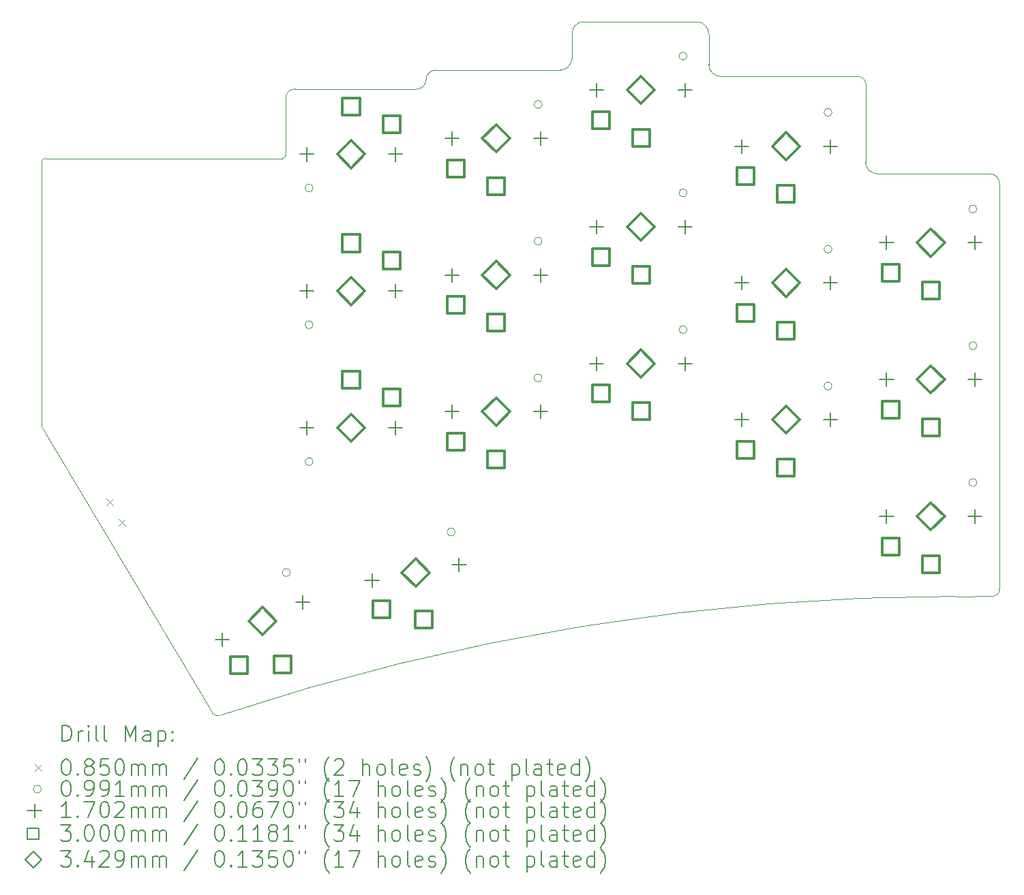
<source format=gbr>
%TF.GenerationSoftware,KiCad,Pcbnew,7.0.6*%
%TF.CreationDate,2024-09-20T23:27:32+02:00*%
%TF.ProjectId,KoalaKeeb_v0.2_right,4b6f616c-614b-4656-9562-5f76302e325f,rev?*%
%TF.SameCoordinates,Original*%
%TF.FileFunction,Drillmap*%
%TF.FilePolarity,Positive*%
%FSLAX45Y45*%
G04 Gerber Fmt 4.5, Leading zero omitted, Abs format (unit mm)*
G04 Created by KiCad (PCBNEW 7.0.6) date 2024-09-20 23:27:32*
%MOMM*%
%LPD*%
G01*
G04 APERTURE LIST*
%ADD10C,0.100000*%
%ADD11C,0.200000*%
%ADD12C,0.085000*%
%ADD13C,0.099060*%
%ADD14C,0.170180*%
%ADD15C,0.300000*%
%ADD16C,0.342900*%
G04 APERTURE END LIST*
D10*
X10395331Y-2753086D02*
G75*
G03*
X10541397Y-2612960I-3J146195D01*
G01*
X12241397Y-2302960D02*
G75*
G03*
X12091397Y-2152960I-150000J0D01*
G01*
X8606250Y-2992648D02*
G75*
G03*
X8730981Y-2872960I-4J124841D01*
G01*
X12241397Y-2682960D02*
G75*
G03*
X12391397Y-2832960I150000J0D01*
G01*
X15771397Y-9292960D02*
G75*
G03*
X15851000Y-9205000I0J80000D01*
G01*
X4005397Y-3851960D02*
X6924397Y-3852960D01*
X8851397Y-2752542D02*
G75*
G03*
X8730981Y-2872960I0J-120416D01*
G01*
X12241397Y-2682960D02*
X12241397Y-2302960D01*
X15301397Y-9295600D02*
X15771397Y-9292960D01*
X6948397Y-3852957D02*
G75*
G03*
X6987390Y-3813875I2999J36000D01*
G01*
X15851812Y-4162960D02*
G75*
G03*
X15731398Y-4042544I-120417J-2D01*
G01*
X6986128Y-3108107D02*
X6986397Y-3813960D01*
X6077397Y-10748960D02*
X3986397Y-7242960D01*
X15851000Y-9205000D02*
X15851397Y-5902960D01*
X4005397Y-3851957D02*
G75*
G03*
X3957397Y-3899960I0J-48000D01*
G01*
X14099397Y-2833960D02*
X12391397Y-2832960D01*
X3957396Y-7180960D02*
G75*
G03*
X3961926Y-7201196I43001J-997D01*
G01*
X3961926Y-7201196D02*
X3986397Y-7242960D01*
X6077527Y-10748867D02*
G75*
G03*
X6181090Y-10772039I64870J46909D01*
G01*
X10541397Y-2302960D02*
X10541397Y-2612960D01*
X15731398Y-4042544D02*
X14512397Y-4040960D01*
X10395331Y-2753086D02*
X8851397Y-2752960D01*
X7106544Y-2987688D02*
G75*
G03*
X6986128Y-3108107I3J-120419D01*
G01*
X12091397Y-2152960D02*
X10691397Y-2152960D01*
X3957397Y-3899960D02*
X3957397Y-7180960D01*
X15301397Y-9295600D02*
G75*
G03*
X6181090Y-10772039I0J-28907360D01*
G01*
X6924397Y-3852960D02*
X6948397Y-3852960D01*
X15851812Y-4162960D02*
X15851397Y-5182960D01*
X8606250Y-2992650D02*
X7106544Y-2987691D01*
X10691397Y-2152960D02*
G75*
G03*
X10541397Y-2302960I0J-150000D01*
G01*
X15851397Y-5182960D02*
X15851397Y-5902960D01*
X14188397Y-3901960D02*
G75*
G03*
X14326397Y-4038964I138000J1000D01*
G01*
X14326397Y-4038964D02*
X14512397Y-4040960D01*
X14188402Y-2923960D02*
X14188397Y-3901960D01*
X14188402Y-2923960D02*
G75*
G03*
X14099397Y-2833960I-90005J0D01*
G01*
D11*
D12*
X4756244Y-8078925D02*
X4841244Y-8163925D01*
X4841244Y-8078925D02*
X4756244Y-8163925D01*
X4910756Y-8336075D02*
X4995756Y-8421075D01*
X4995756Y-8336075D02*
X4910756Y-8421075D01*
D13*
X7045123Y-8998744D02*
G75*
G03*
X7045123Y-8998744I-49530J0D01*
G01*
X7327530Y-4220000D02*
G75*
G03*
X7327530Y-4220000I-49530J0D01*
G01*
X7327530Y-5920000D02*
G75*
G03*
X7327530Y-5920000I-49530J0D01*
G01*
X7327530Y-7620000D02*
G75*
G03*
X7327530Y-7620000I-49530J0D01*
G01*
X9090667Y-8495736D02*
G75*
G03*
X9090667Y-8495736I-49530J0D01*
G01*
X10171530Y-3180000D02*
G75*
G03*
X10171530Y-3180000I-49530J0D01*
G01*
X10171530Y-4880000D02*
G75*
G03*
X10171530Y-4880000I-49530J0D01*
G01*
X10171530Y-6580000D02*
G75*
G03*
X10171530Y-6580000I-49530J0D01*
G01*
X11971530Y-2580000D02*
G75*
G03*
X11971530Y-2580000I-49530J0D01*
G01*
X11971530Y-4280000D02*
G75*
G03*
X11971530Y-4280000I-49530J0D01*
G01*
X11971530Y-5980000D02*
G75*
G03*
X11971530Y-5980000I-49530J0D01*
G01*
X13771530Y-3280000D02*
G75*
G03*
X13771530Y-3280000I-49530J0D01*
G01*
X13771530Y-4980000D02*
G75*
G03*
X13771530Y-4980000I-49530J0D01*
G01*
X13771530Y-6680000D02*
G75*
G03*
X13771530Y-6680000I-49530J0D01*
G01*
X15571530Y-4480000D02*
G75*
G03*
X15571530Y-4480000I-49530J0D01*
G01*
X15571530Y-6180000D02*
G75*
G03*
X15571530Y-6180000I-49530J0D01*
G01*
X15571530Y-7880000D02*
G75*
G03*
X15571530Y-7880000I-49530J0D01*
G01*
D14*
X6201531Y-9747350D02*
X6201531Y-9917530D01*
X6116441Y-9832440D02*
X6286621Y-9832440D01*
X7198469Y-9282470D02*
X7198469Y-9452650D01*
X7113379Y-9367560D02*
X7283559Y-9367560D01*
X7250000Y-3714910D02*
X7250000Y-3885090D01*
X7164910Y-3800000D02*
X7335090Y-3800000D01*
X7250000Y-5414910D02*
X7250000Y-5585090D01*
X7164910Y-5500000D02*
X7335090Y-5500000D01*
X7250000Y-7114910D02*
X7250000Y-7285090D01*
X7164910Y-7200000D02*
X7335090Y-7200000D01*
X8058356Y-9010417D02*
X8058356Y-9180597D01*
X7973266Y-9095507D02*
X8143446Y-9095507D01*
X8350000Y-3714910D02*
X8350000Y-3885090D01*
X8264910Y-3800000D02*
X8435090Y-3800000D01*
X8350000Y-5414910D02*
X8350000Y-5585090D01*
X8264910Y-5500000D02*
X8435090Y-5500000D01*
X8350000Y-7114910D02*
X8350000Y-7285090D01*
X8264910Y-7200000D02*
X8435090Y-7200000D01*
X9050000Y-3514910D02*
X9050000Y-3685090D01*
X8964910Y-3600000D02*
X9135090Y-3600000D01*
X9050000Y-5214910D02*
X9050000Y-5385090D01*
X8964910Y-5300000D02*
X9135090Y-5300000D01*
X9050000Y-6914910D02*
X9050000Y-7085090D01*
X8964910Y-7000000D02*
X9135090Y-7000000D01*
X9141644Y-8819404D02*
X9141644Y-8989584D01*
X9056554Y-8904494D02*
X9226734Y-8904494D01*
X10150000Y-3514910D02*
X10150000Y-3685090D01*
X10064910Y-3600000D02*
X10235090Y-3600000D01*
X10150000Y-5214910D02*
X10150000Y-5385090D01*
X10064910Y-5300000D02*
X10235090Y-5300000D01*
X10150000Y-6914910D02*
X10150000Y-7085090D01*
X10064910Y-7000000D02*
X10235090Y-7000000D01*
X10850000Y-2914910D02*
X10850000Y-3085090D01*
X10764910Y-3000000D02*
X10935090Y-3000000D01*
X10850000Y-4614910D02*
X10850000Y-4785090D01*
X10764910Y-4700000D02*
X10935090Y-4700000D01*
X10850000Y-6314910D02*
X10850000Y-6485090D01*
X10764910Y-6400000D02*
X10935090Y-6400000D01*
X11950000Y-2914910D02*
X11950000Y-3085090D01*
X11864910Y-3000000D02*
X12035090Y-3000000D01*
X11950000Y-4614910D02*
X11950000Y-4785090D01*
X11864910Y-4700000D02*
X12035090Y-4700000D01*
X11950000Y-6314910D02*
X11950000Y-6485090D01*
X11864910Y-6400000D02*
X12035090Y-6400000D01*
X12650000Y-3614910D02*
X12650000Y-3785090D01*
X12564910Y-3700000D02*
X12735090Y-3700000D01*
X12650000Y-5314910D02*
X12650000Y-5485090D01*
X12564910Y-5400000D02*
X12735090Y-5400000D01*
X12650000Y-7014910D02*
X12650000Y-7185090D01*
X12564910Y-7100000D02*
X12735090Y-7100000D01*
X13750000Y-3614910D02*
X13750000Y-3785090D01*
X13664910Y-3700000D02*
X13835090Y-3700000D01*
X13750000Y-5314910D02*
X13750000Y-5485090D01*
X13664910Y-5400000D02*
X13835090Y-5400000D01*
X13750000Y-7014910D02*
X13750000Y-7185090D01*
X13664910Y-7100000D02*
X13835090Y-7100000D01*
X14450000Y-4814910D02*
X14450000Y-4985090D01*
X14364910Y-4900000D02*
X14535090Y-4900000D01*
X14450000Y-6514910D02*
X14450000Y-6685090D01*
X14364910Y-6600000D02*
X14535090Y-6600000D01*
X14450000Y-8214910D02*
X14450000Y-8385090D01*
X14364910Y-8300000D02*
X14535090Y-8300000D01*
X15550000Y-4814910D02*
X15550000Y-4985090D01*
X15464910Y-4900000D02*
X15635090Y-4900000D01*
X15550000Y-6514910D02*
X15550000Y-6685090D01*
X15464910Y-6600000D02*
X15635090Y-6600000D01*
X15550000Y-8214910D02*
X15550000Y-8385090D01*
X15464910Y-8300000D02*
X15635090Y-8300000D01*
D15*
X6511395Y-10257242D02*
X6511395Y-10045108D01*
X6299261Y-10045108D01*
X6299261Y-10257242D01*
X6511395Y-10257242D01*
X7057525Y-10245320D02*
X7057525Y-10033186D01*
X6845391Y-10033186D01*
X6845391Y-10245320D01*
X7057525Y-10245320D01*
X7906067Y-3311067D02*
X7906067Y-3098933D01*
X7693933Y-3098933D01*
X7693933Y-3311067D01*
X7906067Y-3311067D01*
X7906067Y-5011067D02*
X7906067Y-4798933D01*
X7693933Y-4798933D01*
X7693933Y-5011067D01*
X7906067Y-5011067D01*
X7906067Y-6711067D02*
X7906067Y-6498933D01*
X7693933Y-6498933D01*
X7693933Y-6711067D01*
X7906067Y-6711067D01*
X8278781Y-9562194D02*
X8278781Y-9350060D01*
X8066647Y-9350060D01*
X8066647Y-9562194D01*
X8278781Y-9562194D01*
X8406067Y-3531067D02*
X8406067Y-3318933D01*
X8193933Y-3318933D01*
X8193933Y-3531067D01*
X8406067Y-3531067D01*
X8406067Y-5231067D02*
X8406067Y-5018933D01*
X8193933Y-5018933D01*
X8193933Y-5231067D01*
X8406067Y-5231067D01*
X8406067Y-6931067D02*
X8406067Y-6718933D01*
X8193933Y-6718933D01*
X8193933Y-6931067D01*
X8406067Y-6931067D01*
X8809388Y-9692028D02*
X8809388Y-9479894D01*
X8597254Y-9479894D01*
X8597254Y-9692028D01*
X8809388Y-9692028D01*
X9206067Y-4081067D02*
X9206067Y-3868933D01*
X8993933Y-3868933D01*
X8993933Y-4081067D01*
X9206067Y-4081067D01*
X9206067Y-5781067D02*
X9206067Y-5568933D01*
X8993933Y-5568933D01*
X8993933Y-5781067D01*
X9206067Y-5781067D01*
X9206067Y-7481067D02*
X9206067Y-7268933D01*
X8993933Y-7268933D01*
X8993933Y-7481067D01*
X9206067Y-7481067D01*
X9706067Y-4301067D02*
X9706067Y-4088933D01*
X9493933Y-4088933D01*
X9493933Y-4301067D01*
X9706067Y-4301067D01*
X9706067Y-6001067D02*
X9706067Y-5788933D01*
X9493933Y-5788933D01*
X9493933Y-6001067D01*
X9706067Y-6001067D01*
X9706067Y-7701067D02*
X9706067Y-7488933D01*
X9493933Y-7488933D01*
X9493933Y-7701067D01*
X9706067Y-7701067D01*
X11006067Y-3481067D02*
X11006067Y-3268933D01*
X10793933Y-3268933D01*
X10793933Y-3481067D01*
X11006067Y-3481067D01*
X11006067Y-5181067D02*
X11006067Y-4968933D01*
X10793933Y-4968933D01*
X10793933Y-5181067D01*
X11006067Y-5181067D01*
X11006067Y-6881067D02*
X11006067Y-6668933D01*
X10793933Y-6668933D01*
X10793933Y-6881067D01*
X11006067Y-6881067D01*
X11506067Y-3701067D02*
X11506067Y-3488933D01*
X11293933Y-3488933D01*
X11293933Y-3701067D01*
X11506067Y-3701067D01*
X11506067Y-5401067D02*
X11506067Y-5188933D01*
X11293933Y-5188933D01*
X11293933Y-5401067D01*
X11506067Y-5401067D01*
X11506067Y-7101067D02*
X11506067Y-6888933D01*
X11293933Y-6888933D01*
X11293933Y-7101067D01*
X11506067Y-7101067D01*
X12806067Y-4181067D02*
X12806067Y-3968933D01*
X12593933Y-3968933D01*
X12593933Y-4181067D01*
X12806067Y-4181067D01*
X12806067Y-5881067D02*
X12806067Y-5668933D01*
X12593933Y-5668933D01*
X12593933Y-5881067D01*
X12806067Y-5881067D01*
X12806067Y-7581067D02*
X12806067Y-7368933D01*
X12593933Y-7368933D01*
X12593933Y-7581067D01*
X12806067Y-7581067D01*
X13306067Y-4401067D02*
X13306067Y-4188933D01*
X13093933Y-4188933D01*
X13093933Y-4401067D01*
X13306067Y-4401067D01*
X13306067Y-6101067D02*
X13306067Y-5888933D01*
X13093933Y-5888933D01*
X13093933Y-6101067D01*
X13306067Y-6101067D01*
X13306067Y-7801067D02*
X13306067Y-7588933D01*
X13093933Y-7588933D01*
X13093933Y-7801067D01*
X13306067Y-7801067D01*
X14606067Y-5381067D02*
X14606067Y-5168933D01*
X14393933Y-5168933D01*
X14393933Y-5381067D01*
X14606067Y-5381067D01*
X14606067Y-7081067D02*
X14606067Y-6868933D01*
X14393933Y-6868933D01*
X14393933Y-7081067D01*
X14606067Y-7081067D01*
X14606067Y-8781067D02*
X14606067Y-8568933D01*
X14393933Y-8568933D01*
X14393933Y-8781067D01*
X14606067Y-8781067D01*
X15106067Y-5601067D02*
X15106067Y-5388933D01*
X14893933Y-5388933D01*
X14893933Y-5601067D01*
X15106067Y-5601067D01*
X15106067Y-7301067D02*
X15106067Y-7088933D01*
X14893933Y-7088933D01*
X14893933Y-7301067D01*
X15106067Y-7301067D01*
X15106067Y-9001067D02*
X15106067Y-8788933D01*
X14893933Y-8788933D01*
X14893933Y-9001067D01*
X15106067Y-9001067D01*
D16*
X6700000Y-9771450D02*
X6871450Y-9600000D01*
X6700000Y-9428550D01*
X6528550Y-9600000D01*
X6700000Y-9771450D01*
X7800000Y-3971450D02*
X7971450Y-3800000D01*
X7800000Y-3628550D01*
X7628550Y-3800000D01*
X7800000Y-3971450D01*
X7800000Y-5671450D02*
X7971450Y-5500000D01*
X7800000Y-5328550D01*
X7628550Y-5500000D01*
X7800000Y-5671450D01*
X7800000Y-7371450D02*
X7971450Y-7200000D01*
X7800000Y-7028550D01*
X7628550Y-7200000D01*
X7800000Y-7371450D01*
X8600000Y-9171450D02*
X8771450Y-9000000D01*
X8600000Y-8828550D01*
X8428550Y-9000000D01*
X8600000Y-9171450D01*
X9600000Y-3771450D02*
X9771450Y-3600000D01*
X9600000Y-3428550D01*
X9428550Y-3600000D01*
X9600000Y-3771450D01*
X9600000Y-5471450D02*
X9771450Y-5300000D01*
X9600000Y-5128550D01*
X9428550Y-5300000D01*
X9600000Y-5471450D01*
X9600000Y-7171450D02*
X9771450Y-7000000D01*
X9600000Y-6828550D01*
X9428550Y-7000000D01*
X9600000Y-7171450D01*
X11400000Y-3171450D02*
X11571450Y-3000000D01*
X11400000Y-2828550D01*
X11228550Y-3000000D01*
X11400000Y-3171450D01*
X11400000Y-4871450D02*
X11571450Y-4700000D01*
X11400000Y-4528550D01*
X11228550Y-4700000D01*
X11400000Y-4871450D01*
X11400000Y-6571450D02*
X11571450Y-6400000D01*
X11400000Y-6228550D01*
X11228550Y-6400000D01*
X11400000Y-6571450D01*
X13200000Y-3871450D02*
X13371450Y-3700000D01*
X13200000Y-3528550D01*
X13028550Y-3700000D01*
X13200000Y-3871450D01*
X13200000Y-5571450D02*
X13371450Y-5400000D01*
X13200000Y-5228550D01*
X13028550Y-5400000D01*
X13200000Y-5571450D01*
X13200000Y-7271450D02*
X13371450Y-7100000D01*
X13200000Y-6928550D01*
X13028550Y-7100000D01*
X13200000Y-7271450D01*
X15000000Y-5071450D02*
X15171450Y-4900000D01*
X15000000Y-4728550D01*
X14828550Y-4900000D01*
X15000000Y-5071450D01*
X15000000Y-6771450D02*
X15171450Y-6600000D01*
X15000000Y-6428550D01*
X14828550Y-6600000D01*
X15000000Y-6771450D01*
X15000000Y-8471450D02*
X15171450Y-8300000D01*
X15000000Y-8128550D01*
X14828550Y-8300000D01*
X15000000Y-8471450D01*
D11*
X4213161Y-11098495D02*
X4213161Y-10898495D01*
X4213161Y-10898495D02*
X4260780Y-10898495D01*
X4260780Y-10898495D02*
X4289351Y-10908018D01*
X4289351Y-10908018D02*
X4308399Y-10927066D01*
X4308399Y-10927066D02*
X4317923Y-10946114D01*
X4317923Y-10946114D02*
X4327447Y-10984209D01*
X4327447Y-10984209D02*
X4327447Y-11012780D01*
X4327447Y-11012780D02*
X4317923Y-11050876D01*
X4317923Y-11050876D02*
X4308399Y-11069923D01*
X4308399Y-11069923D02*
X4289351Y-11088971D01*
X4289351Y-11088971D02*
X4260780Y-11098495D01*
X4260780Y-11098495D02*
X4213161Y-11098495D01*
X4413161Y-11098495D02*
X4413161Y-10965161D01*
X4413161Y-11003257D02*
X4422685Y-10984209D01*
X4422685Y-10984209D02*
X4432208Y-10974685D01*
X4432208Y-10974685D02*
X4451256Y-10965161D01*
X4451256Y-10965161D02*
X4470304Y-10965161D01*
X4536970Y-11098495D02*
X4536970Y-10965161D01*
X4536970Y-10898495D02*
X4527447Y-10908018D01*
X4527447Y-10908018D02*
X4536970Y-10917542D01*
X4536970Y-10917542D02*
X4546494Y-10908018D01*
X4546494Y-10908018D02*
X4536970Y-10898495D01*
X4536970Y-10898495D02*
X4536970Y-10917542D01*
X4660780Y-11098495D02*
X4641732Y-11088971D01*
X4641732Y-11088971D02*
X4632208Y-11069923D01*
X4632208Y-11069923D02*
X4632208Y-10898495D01*
X4765542Y-11098495D02*
X4746494Y-11088971D01*
X4746494Y-11088971D02*
X4736970Y-11069923D01*
X4736970Y-11069923D02*
X4736970Y-10898495D01*
X4994113Y-11098495D02*
X4994113Y-10898495D01*
X4994113Y-10898495D02*
X5060780Y-11041352D01*
X5060780Y-11041352D02*
X5127447Y-10898495D01*
X5127447Y-10898495D02*
X5127447Y-11098495D01*
X5308399Y-11098495D02*
X5308399Y-10993733D01*
X5308399Y-10993733D02*
X5298875Y-10974685D01*
X5298875Y-10974685D02*
X5279828Y-10965161D01*
X5279828Y-10965161D02*
X5241732Y-10965161D01*
X5241732Y-10965161D02*
X5222685Y-10974685D01*
X5308399Y-11088971D02*
X5289351Y-11098495D01*
X5289351Y-11098495D02*
X5241732Y-11098495D01*
X5241732Y-11098495D02*
X5222685Y-11088971D01*
X5222685Y-11088971D02*
X5213161Y-11069923D01*
X5213161Y-11069923D02*
X5213161Y-11050876D01*
X5213161Y-11050876D02*
X5222685Y-11031828D01*
X5222685Y-11031828D02*
X5241732Y-11022304D01*
X5241732Y-11022304D02*
X5289351Y-11022304D01*
X5289351Y-11022304D02*
X5308399Y-11012780D01*
X5403637Y-10965161D02*
X5403637Y-11165161D01*
X5403637Y-10974685D02*
X5422685Y-10965161D01*
X5422685Y-10965161D02*
X5460780Y-10965161D01*
X5460780Y-10965161D02*
X5479828Y-10974685D01*
X5479828Y-10974685D02*
X5489351Y-10984209D01*
X5489351Y-10984209D02*
X5498875Y-11003257D01*
X5498875Y-11003257D02*
X5498875Y-11060399D01*
X5498875Y-11060399D02*
X5489351Y-11079447D01*
X5489351Y-11079447D02*
X5479828Y-11088971D01*
X5479828Y-11088971D02*
X5460780Y-11098495D01*
X5460780Y-11098495D02*
X5422685Y-11098495D01*
X5422685Y-11098495D02*
X5403637Y-11088971D01*
X5584589Y-11079447D02*
X5594113Y-11088971D01*
X5594113Y-11088971D02*
X5584589Y-11098495D01*
X5584589Y-11098495D02*
X5575066Y-11088971D01*
X5575066Y-11088971D02*
X5584589Y-11079447D01*
X5584589Y-11079447D02*
X5584589Y-11098495D01*
X5584589Y-10974685D02*
X5594113Y-10984209D01*
X5594113Y-10984209D02*
X5584589Y-10993733D01*
X5584589Y-10993733D02*
X5575066Y-10984209D01*
X5575066Y-10984209D02*
X5584589Y-10974685D01*
X5584589Y-10974685D02*
X5584589Y-10993733D01*
D12*
X3867384Y-11384511D02*
X3952384Y-11469511D01*
X3952384Y-11384511D02*
X3867384Y-11469511D01*
D11*
X4251256Y-11318495D02*
X4270304Y-11318495D01*
X4270304Y-11318495D02*
X4289351Y-11328018D01*
X4289351Y-11328018D02*
X4298875Y-11337542D01*
X4298875Y-11337542D02*
X4308399Y-11356590D01*
X4308399Y-11356590D02*
X4317923Y-11394685D01*
X4317923Y-11394685D02*
X4317923Y-11442304D01*
X4317923Y-11442304D02*
X4308399Y-11480399D01*
X4308399Y-11480399D02*
X4298875Y-11499447D01*
X4298875Y-11499447D02*
X4289351Y-11508971D01*
X4289351Y-11508971D02*
X4270304Y-11518495D01*
X4270304Y-11518495D02*
X4251256Y-11518495D01*
X4251256Y-11518495D02*
X4232208Y-11508971D01*
X4232208Y-11508971D02*
X4222685Y-11499447D01*
X4222685Y-11499447D02*
X4213161Y-11480399D01*
X4213161Y-11480399D02*
X4203637Y-11442304D01*
X4203637Y-11442304D02*
X4203637Y-11394685D01*
X4203637Y-11394685D02*
X4213161Y-11356590D01*
X4213161Y-11356590D02*
X4222685Y-11337542D01*
X4222685Y-11337542D02*
X4232208Y-11328018D01*
X4232208Y-11328018D02*
X4251256Y-11318495D01*
X4403637Y-11499447D02*
X4413161Y-11508971D01*
X4413161Y-11508971D02*
X4403637Y-11518495D01*
X4403637Y-11518495D02*
X4394113Y-11508971D01*
X4394113Y-11508971D02*
X4403637Y-11499447D01*
X4403637Y-11499447D02*
X4403637Y-11518495D01*
X4527447Y-11404209D02*
X4508399Y-11394685D01*
X4508399Y-11394685D02*
X4498875Y-11385161D01*
X4498875Y-11385161D02*
X4489351Y-11366114D01*
X4489351Y-11366114D02*
X4489351Y-11356590D01*
X4489351Y-11356590D02*
X4498875Y-11337542D01*
X4498875Y-11337542D02*
X4508399Y-11328018D01*
X4508399Y-11328018D02*
X4527447Y-11318495D01*
X4527447Y-11318495D02*
X4565542Y-11318495D01*
X4565542Y-11318495D02*
X4584589Y-11328018D01*
X4584589Y-11328018D02*
X4594113Y-11337542D01*
X4594113Y-11337542D02*
X4603637Y-11356590D01*
X4603637Y-11356590D02*
X4603637Y-11366114D01*
X4603637Y-11366114D02*
X4594113Y-11385161D01*
X4594113Y-11385161D02*
X4584589Y-11394685D01*
X4584589Y-11394685D02*
X4565542Y-11404209D01*
X4565542Y-11404209D02*
X4527447Y-11404209D01*
X4527447Y-11404209D02*
X4508399Y-11413733D01*
X4508399Y-11413733D02*
X4498875Y-11423256D01*
X4498875Y-11423256D02*
X4489351Y-11442304D01*
X4489351Y-11442304D02*
X4489351Y-11480399D01*
X4489351Y-11480399D02*
X4498875Y-11499447D01*
X4498875Y-11499447D02*
X4508399Y-11508971D01*
X4508399Y-11508971D02*
X4527447Y-11518495D01*
X4527447Y-11518495D02*
X4565542Y-11518495D01*
X4565542Y-11518495D02*
X4584589Y-11508971D01*
X4584589Y-11508971D02*
X4594113Y-11499447D01*
X4594113Y-11499447D02*
X4603637Y-11480399D01*
X4603637Y-11480399D02*
X4603637Y-11442304D01*
X4603637Y-11442304D02*
X4594113Y-11423256D01*
X4594113Y-11423256D02*
X4584589Y-11413733D01*
X4584589Y-11413733D02*
X4565542Y-11404209D01*
X4784589Y-11318495D02*
X4689351Y-11318495D01*
X4689351Y-11318495D02*
X4679828Y-11413733D01*
X4679828Y-11413733D02*
X4689351Y-11404209D01*
X4689351Y-11404209D02*
X4708399Y-11394685D01*
X4708399Y-11394685D02*
X4756018Y-11394685D01*
X4756018Y-11394685D02*
X4775066Y-11404209D01*
X4775066Y-11404209D02*
X4784589Y-11413733D01*
X4784589Y-11413733D02*
X4794113Y-11432780D01*
X4794113Y-11432780D02*
X4794113Y-11480399D01*
X4794113Y-11480399D02*
X4784589Y-11499447D01*
X4784589Y-11499447D02*
X4775066Y-11508971D01*
X4775066Y-11508971D02*
X4756018Y-11518495D01*
X4756018Y-11518495D02*
X4708399Y-11518495D01*
X4708399Y-11518495D02*
X4689351Y-11508971D01*
X4689351Y-11508971D02*
X4679828Y-11499447D01*
X4917923Y-11318495D02*
X4936970Y-11318495D01*
X4936970Y-11318495D02*
X4956018Y-11328018D01*
X4956018Y-11328018D02*
X4965542Y-11337542D01*
X4965542Y-11337542D02*
X4975066Y-11356590D01*
X4975066Y-11356590D02*
X4984589Y-11394685D01*
X4984589Y-11394685D02*
X4984589Y-11442304D01*
X4984589Y-11442304D02*
X4975066Y-11480399D01*
X4975066Y-11480399D02*
X4965542Y-11499447D01*
X4965542Y-11499447D02*
X4956018Y-11508971D01*
X4956018Y-11508971D02*
X4936970Y-11518495D01*
X4936970Y-11518495D02*
X4917923Y-11518495D01*
X4917923Y-11518495D02*
X4898875Y-11508971D01*
X4898875Y-11508971D02*
X4889351Y-11499447D01*
X4889351Y-11499447D02*
X4879828Y-11480399D01*
X4879828Y-11480399D02*
X4870304Y-11442304D01*
X4870304Y-11442304D02*
X4870304Y-11394685D01*
X4870304Y-11394685D02*
X4879828Y-11356590D01*
X4879828Y-11356590D02*
X4889351Y-11337542D01*
X4889351Y-11337542D02*
X4898875Y-11328018D01*
X4898875Y-11328018D02*
X4917923Y-11318495D01*
X5070304Y-11518495D02*
X5070304Y-11385161D01*
X5070304Y-11404209D02*
X5079828Y-11394685D01*
X5079828Y-11394685D02*
X5098875Y-11385161D01*
X5098875Y-11385161D02*
X5127447Y-11385161D01*
X5127447Y-11385161D02*
X5146494Y-11394685D01*
X5146494Y-11394685D02*
X5156018Y-11413733D01*
X5156018Y-11413733D02*
X5156018Y-11518495D01*
X5156018Y-11413733D02*
X5165542Y-11394685D01*
X5165542Y-11394685D02*
X5184589Y-11385161D01*
X5184589Y-11385161D02*
X5213161Y-11385161D01*
X5213161Y-11385161D02*
X5232209Y-11394685D01*
X5232209Y-11394685D02*
X5241732Y-11413733D01*
X5241732Y-11413733D02*
X5241732Y-11518495D01*
X5336970Y-11518495D02*
X5336970Y-11385161D01*
X5336970Y-11404209D02*
X5346494Y-11394685D01*
X5346494Y-11394685D02*
X5365542Y-11385161D01*
X5365542Y-11385161D02*
X5394113Y-11385161D01*
X5394113Y-11385161D02*
X5413161Y-11394685D01*
X5413161Y-11394685D02*
X5422685Y-11413733D01*
X5422685Y-11413733D02*
X5422685Y-11518495D01*
X5422685Y-11413733D02*
X5432209Y-11394685D01*
X5432209Y-11394685D02*
X5451256Y-11385161D01*
X5451256Y-11385161D02*
X5479828Y-11385161D01*
X5479828Y-11385161D02*
X5498875Y-11394685D01*
X5498875Y-11394685D02*
X5508399Y-11413733D01*
X5508399Y-11413733D02*
X5508399Y-11518495D01*
X5898875Y-11308971D02*
X5727447Y-11566114D01*
X6156018Y-11318495D02*
X6175066Y-11318495D01*
X6175066Y-11318495D02*
X6194113Y-11328018D01*
X6194113Y-11328018D02*
X6203637Y-11337542D01*
X6203637Y-11337542D02*
X6213161Y-11356590D01*
X6213161Y-11356590D02*
X6222685Y-11394685D01*
X6222685Y-11394685D02*
X6222685Y-11442304D01*
X6222685Y-11442304D02*
X6213161Y-11480399D01*
X6213161Y-11480399D02*
X6203637Y-11499447D01*
X6203637Y-11499447D02*
X6194113Y-11508971D01*
X6194113Y-11508971D02*
X6175066Y-11518495D01*
X6175066Y-11518495D02*
X6156018Y-11518495D01*
X6156018Y-11518495D02*
X6136970Y-11508971D01*
X6136970Y-11508971D02*
X6127447Y-11499447D01*
X6127447Y-11499447D02*
X6117923Y-11480399D01*
X6117923Y-11480399D02*
X6108399Y-11442304D01*
X6108399Y-11442304D02*
X6108399Y-11394685D01*
X6108399Y-11394685D02*
X6117923Y-11356590D01*
X6117923Y-11356590D02*
X6127447Y-11337542D01*
X6127447Y-11337542D02*
X6136970Y-11328018D01*
X6136970Y-11328018D02*
X6156018Y-11318495D01*
X6308399Y-11499447D02*
X6317923Y-11508971D01*
X6317923Y-11508971D02*
X6308399Y-11518495D01*
X6308399Y-11518495D02*
X6298875Y-11508971D01*
X6298875Y-11508971D02*
X6308399Y-11499447D01*
X6308399Y-11499447D02*
X6308399Y-11518495D01*
X6441732Y-11318495D02*
X6460780Y-11318495D01*
X6460780Y-11318495D02*
X6479828Y-11328018D01*
X6479828Y-11328018D02*
X6489351Y-11337542D01*
X6489351Y-11337542D02*
X6498875Y-11356590D01*
X6498875Y-11356590D02*
X6508399Y-11394685D01*
X6508399Y-11394685D02*
X6508399Y-11442304D01*
X6508399Y-11442304D02*
X6498875Y-11480399D01*
X6498875Y-11480399D02*
X6489351Y-11499447D01*
X6489351Y-11499447D02*
X6479828Y-11508971D01*
X6479828Y-11508971D02*
X6460780Y-11518495D01*
X6460780Y-11518495D02*
X6441732Y-11518495D01*
X6441732Y-11518495D02*
X6422685Y-11508971D01*
X6422685Y-11508971D02*
X6413161Y-11499447D01*
X6413161Y-11499447D02*
X6403637Y-11480399D01*
X6403637Y-11480399D02*
X6394113Y-11442304D01*
X6394113Y-11442304D02*
X6394113Y-11394685D01*
X6394113Y-11394685D02*
X6403637Y-11356590D01*
X6403637Y-11356590D02*
X6413161Y-11337542D01*
X6413161Y-11337542D02*
X6422685Y-11328018D01*
X6422685Y-11328018D02*
X6441732Y-11318495D01*
X6575066Y-11318495D02*
X6698875Y-11318495D01*
X6698875Y-11318495D02*
X6632209Y-11394685D01*
X6632209Y-11394685D02*
X6660780Y-11394685D01*
X6660780Y-11394685D02*
X6679828Y-11404209D01*
X6679828Y-11404209D02*
X6689351Y-11413733D01*
X6689351Y-11413733D02*
X6698875Y-11432780D01*
X6698875Y-11432780D02*
X6698875Y-11480399D01*
X6698875Y-11480399D02*
X6689351Y-11499447D01*
X6689351Y-11499447D02*
X6679828Y-11508971D01*
X6679828Y-11508971D02*
X6660780Y-11518495D01*
X6660780Y-11518495D02*
X6603637Y-11518495D01*
X6603637Y-11518495D02*
X6584590Y-11508971D01*
X6584590Y-11508971D02*
X6575066Y-11499447D01*
X6765542Y-11318495D02*
X6889351Y-11318495D01*
X6889351Y-11318495D02*
X6822685Y-11394685D01*
X6822685Y-11394685D02*
X6851256Y-11394685D01*
X6851256Y-11394685D02*
X6870304Y-11404209D01*
X6870304Y-11404209D02*
X6879828Y-11413733D01*
X6879828Y-11413733D02*
X6889351Y-11432780D01*
X6889351Y-11432780D02*
X6889351Y-11480399D01*
X6889351Y-11480399D02*
X6879828Y-11499447D01*
X6879828Y-11499447D02*
X6870304Y-11508971D01*
X6870304Y-11508971D02*
X6851256Y-11518495D01*
X6851256Y-11518495D02*
X6794113Y-11518495D01*
X6794113Y-11518495D02*
X6775066Y-11508971D01*
X6775066Y-11508971D02*
X6765542Y-11499447D01*
X7070304Y-11318495D02*
X6975066Y-11318495D01*
X6975066Y-11318495D02*
X6965542Y-11413733D01*
X6965542Y-11413733D02*
X6975066Y-11404209D01*
X6975066Y-11404209D02*
X6994113Y-11394685D01*
X6994113Y-11394685D02*
X7041732Y-11394685D01*
X7041732Y-11394685D02*
X7060780Y-11404209D01*
X7060780Y-11404209D02*
X7070304Y-11413733D01*
X7070304Y-11413733D02*
X7079828Y-11432780D01*
X7079828Y-11432780D02*
X7079828Y-11480399D01*
X7079828Y-11480399D02*
X7070304Y-11499447D01*
X7070304Y-11499447D02*
X7060780Y-11508971D01*
X7060780Y-11508971D02*
X7041732Y-11518495D01*
X7041732Y-11518495D02*
X6994113Y-11518495D01*
X6994113Y-11518495D02*
X6975066Y-11508971D01*
X6975066Y-11508971D02*
X6965542Y-11499447D01*
X7156018Y-11318495D02*
X7156018Y-11356590D01*
X7232209Y-11318495D02*
X7232209Y-11356590D01*
X7527447Y-11594685D02*
X7517923Y-11585161D01*
X7517923Y-11585161D02*
X7498875Y-11556590D01*
X7498875Y-11556590D02*
X7489352Y-11537542D01*
X7489352Y-11537542D02*
X7479828Y-11508971D01*
X7479828Y-11508971D02*
X7470304Y-11461352D01*
X7470304Y-11461352D02*
X7470304Y-11423256D01*
X7470304Y-11423256D02*
X7479828Y-11375637D01*
X7479828Y-11375637D02*
X7489352Y-11347066D01*
X7489352Y-11347066D02*
X7498875Y-11328018D01*
X7498875Y-11328018D02*
X7517923Y-11299447D01*
X7517923Y-11299447D02*
X7527447Y-11289923D01*
X7594113Y-11337542D02*
X7603637Y-11328018D01*
X7603637Y-11328018D02*
X7622685Y-11318495D01*
X7622685Y-11318495D02*
X7670304Y-11318495D01*
X7670304Y-11318495D02*
X7689352Y-11328018D01*
X7689352Y-11328018D02*
X7698875Y-11337542D01*
X7698875Y-11337542D02*
X7708399Y-11356590D01*
X7708399Y-11356590D02*
X7708399Y-11375637D01*
X7708399Y-11375637D02*
X7698875Y-11404209D01*
X7698875Y-11404209D02*
X7584590Y-11518495D01*
X7584590Y-11518495D02*
X7708399Y-11518495D01*
X7946494Y-11518495D02*
X7946494Y-11318495D01*
X8032209Y-11518495D02*
X8032209Y-11413733D01*
X8032209Y-11413733D02*
X8022685Y-11394685D01*
X8022685Y-11394685D02*
X8003637Y-11385161D01*
X8003637Y-11385161D02*
X7975066Y-11385161D01*
X7975066Y-11385161D02*
X7956018Y-11394685D01*
X7956018Y-11394685D02*
X7946494Y-11404209D01*
X8156018Y-11518495D02*
X8136971Y-11508971D01*
X8136971Y-11508971D02*
X8127447Y-11499447D01*
X8127447Y-11499447D02*
X8117923Y-11480399D01*
X8117923Y-11480399D02*
X8117923Y-11423256D01*
X8117923Y-11423256D02*
X8127447Y-11404209D01*
X8127447Y-11404209D02*
X8136971Y-11394685D01*
X8136971Y-11394685D02*
X8156018Y-11385161D01*
X8156018Y-11385161D02*
X8184590Y-11385161D01*
X8184590Y-11385161D02*
X8203637Y-11394685D01*
X8203637Y-11394685D02*
X8213161Y-11404209D01*
X8213161Y-11404209D02*
X8222685Y-11423256D01*
X8222685Y-11423256D02*
X8222685Y-11480399D01*
X8222685Y-11480399D02*
X8213161Y-11499447D01*
X8213161Y-11499447D02*
X8203637Y-11508971D01*
X8203637Y-11508971D02*
X8184590Y-11518495D01*
X8184590Y-11518495D02*
X8156018Y-11518495D01*
X8336971Y-11518495D02*
X8317923Y-11508971D01*
X8317923Y-11508971D02*
X8308399Y-11489923D01*
X8308399Y-11489923D02*
X8308399Y-11318495D01*
X8489352Y-11508971D02*
X8470304Y-11518495D01*
X8470304Y-11518495D02*
X8432209Y-11518495D01*
X8432209Y-11518495D02*
X8413161Y-11508971D01*
X8413161Y-11508971D02*
X8403637Y-11489923D01*
X8403637Y-11489923D02*
X8403637Y-11413733D01*
X8403637Y-11413733D02*
X8413161Y-11394685D01*
X8413161Y-11394685D02*
X8432209Y-11385161D01*
X8432209Y-11385161D02*
X8470304Y-11385161D01*
X8470304Y-11385161D02*
X8489352Y-11394685D01*
X8489352Y-11394685D02*
X8498876Y-11413733D01*
X8498876Y-11413733D02*
X8498876Y-11432780D01*
X8498876Y-11432780D02*
X8403637Y-11451828D01*
X8575066Y-11508971D02*
X8594114Y-11518495D01*
X8594114Y-11518495D02*
X8632209Y-11518495D01*
X8632209Y-11518495D02*
X8651257Y-11508971D01*
X8651257Y-11508971D02*
X8660780Y-11489923D01*
X8660780Y-11489923D02*
X8660780Y-11480399D01*
X8660780Y-11480399D02*
X8651257Y-11461352D01*
X8651257Y-11461352D02*
X8632209Y-11451828D01*
X8632209Y-11451828D02*
X8603637Y-11451828D01*
X8603637Y-11451828D02*
X8584590Y-11442304D01*
X8584590Y-11442304D02*
X8575066Y-11423256D01*
X8575066Y-11423256D02*
X8575066Y-11413733D01*
X8575066Y-11413733D02*
X8584590Y-11394685D01*
X8584590Y-11394685D02*
X8603637Y-11385161D01*
X8603637Y-11385161D02*
X8632209Y-11385161D01*
X8632209Y-11385161D02*
X8651257Y-11394685D01*
X8727447Y-11594685D02*
X8736971Y-11585161D01*
X8736971Y-11585161D02*
X8756018Y-11556590D01*
X8756018Y-11556590D02*
X8765542Y-11537542D01*
X8765542Y-11537542D02*
X8775066Y-11508971D01*
X8775066Y-11508971D02*
X8784590Y-11461352D01*
X8784590Y-11461352D02*
X8784590Y-11423256D01*
X8784590Y-11423256D02*
X8775066Y-11375637D01*
X8775066Y-11375637D02*
X8765542Y-11347066D01*
X8765542Y-11347066D02*
X8756018Y-11328018D01*
X8756018Y-11328018D02*
X8736971Y-11299447D01*
X8736971Y-11299447D02*
X8727447Y-11289923D01*
X9089352Y-11594685D02*
X9079828Y-11585161D01*
X9079828Y-11585161D02*
X9060780Y-11556590D01*
X9060780Y-11556590D02*
X9051257Y-11537542D01*
X9051257Y-11537542D02*
X9041733Y-11508971D01*
X9041733Y-11508971D02*
X9032209Y-11461352D01*
X9032209Y-11461352D02*
X9032209Y-11423256D01*
X9032209Y-11423256D02*
X9041733Y-11375637D01*
X9041733Y-11375637D02*
X9051257Y-11347066D01*
X9051257Y-11347066D02*
X9060780Y-11328018D01*
X9060780Y-11328018D02*
X9079828Y-11299447D01*
X9079828Y-11299447D02*
X9089352Y-11289923D01*
X9165542Y-11385161D02*
X9165542Y-11518495D01*
X9165542Y-11404209D02*
X9175066Y-11394685D01*
X9175066Y-11394685D02*
X9194114Y-11385161D01*
X9194114Y-11385161D02*
X9222685Y-11385161D01*
X9222685Y-11385161D02*
X9241733Y-11394685D01*
X9241733Y-11394685D02*
X9251257Y-11413733D01*
X9251257Y-11413733D02*
X9251257Y-11518495D01*
X9375066Y-11518495D02*
X9356018Y-11508971D01*
X9356018Y-11508971D02*
X9346495Y-11499447D01*
X9346495Y-11499447D02*
X9336971Y-11480399D01*
X9336971Y-11480399D02*
X9336971Y-11423256D01*
X9336971Y-11423256D02*
X9346495Y-11404209D01*
X9346495Y-11404209D02*
X9356018Y-11394685D01*
X9356018Y-11394685D02*
X9375066Y-11385161D01*
X9375066Y-11385161D02*
X9403638Y-11385161D01*
X9403638Y-11385161D02*
X9422685Y-11394685D01*
X9422685Y-11394685D02*
X9432209Y-11404209D01*
X9432209Y-11404209D02*
X9441733Y-11423256D01*
X9441733Y-11423256D02*
X9441733Y-11480399D01*
X9441733Y-11480399D02*
X9432209Y-11499447D01*
X9432209Y-11499447D02*
X9422685Y-11508971D01*
X9422685Y-11508971D02*
X9403638Y-11518495D01*
X9403638Y-11518495D02*
X9375066Y-11518495D01*
X9498876Y-11385161D02*
X9575066Y-11385161D01*
X9527447Y-11318495D02*
X9527447Y-11489923D01*
X9527447Y-11489923D02*
X9536971Y-11508971D01*
X9536971Y-11508971D02*
X9556018Y-11518495D01*
X9556018Y-11518495D02*
X9575066Y-11518495D01*
X9794114Y-11385161D02*
X9794114Y-11585161D01*
X9794114Y-11394685D02*
X9813161Y-11385161D01*
X9813161Y-11385161D02*
X9851257Y-11385161D01*
X9851257Y-11385161D02*
X9870304Y-11394685D01*
X9870304Y-11394685D02*
X9879828Y-11404209D01*
X9879828Y-11404209D02*
X9889352Y-11423256D01*
X9889352Y-11423256D02*
X9889352Y-11480399D01*
X9889352Y-11480399D02*
X9879828Y-11499447D01*
X9879828Y-11499447D02*
X9870304Y-11508971D01*
X9870304Y-11508971D02*
X9851257Y-11518495D01*
X9851257Y-11518495D02*
X9813161Y-11518495D01*
X9813161Y-11518495D02*
X9794114Y-11508971D01*
X10003638Y-11518495D02*
X9984590Y-11508971D01*
X9984590Y-11508971D02*
X9975066Y-11489923D01*
X9975066Y-11489923D02*
X9975066Y-11318495D01*
X10165542Y-11518495D02*
X10165542Y-11413733D01*
X10165542Y-11413733D02*
X10156019Y-11394685D01*
X10156019Y-11394685D02*
X10136971Y-11385161D01*
X10136971Y-11385161D02*
X10098876Y-11385161D01*
X10098876Y-11385161D02*
X10079828Y-11394685D01*
X10165542Y-11508971D02*
X10146495Y-11518495D01*
X10146495Y-11518495D02*
X10098876Y-11518495D01*
X10098876Y-11518495D02*
X10079828Y-11508971D01*
X10079828Y-11508971D02*
X10070304Y-11489923D01*
X10070304Y-11489923D02*
X10070304Y-11470875D01*
X10070304Y-11470875D02*
X10079828Y-11451828D01*
X10079828Y-11451828D02*
X10098876Y-11442304D01*
X10098876Y-11442304D02*
X10146495Y-11442304D01*
X10146495Y-11442304D02*
X10165542Y-11432780D01*
X10232209Y-11385161D02*
X10308399Y-11385161D01*
X10260780Y-11318495D02*
X10260780Y-11489923D01*
X10260780Y-11489923D02*
X10270304Y-11508971D01*
X10270304Y-11508971D02*
X10289352Y-11518495D01*
X10289352Y-11518495D02*
X10308399Y-11518495D01*
X10451257Y-11508971D02*
X10432209Y-11518495D01*
X10432209Y-11518495D02*
X10394114Y-11518495D01*
X10394114Y-11518495D02*
X10375066Y-11508971D01*
X10375066Y-11508971D02*
X10365542Y-11489923D01*
X10365542Y-11489923D02*
X10365542Y-11413733D01*
X10365542Y-11413733D02*
X10375066Y-11394685D01*
X10375066Y-11394685D02*
X10394114Y-11385161D01*
X10394114Y-11385161D02*
X10432209Y-11385161D01*
X10432209Y-11385161D02*
X10451257Y-11394685D01*
X10451257Y-11394685D02*
X10460780Y-11413733D01*
X10460780Y-11413733D02*
X10460780Y-11432780D01*
X10460780Y-11432780D02*
X10365542Y-11451828D01*
X10632209Y-11518495D02*
X10632209Y-11318495D01*
X10632209Y-11508971D02*
X10613161Y-11518495D01*
X10613161Y-11518495D02*
X10575066Y-11518495D01*
X10575066Y-11518495D02*
X10556019Y-11508971D01*
X10556019Y-11508971D02*
X10546495Y-11499447D01*
X10546495Y-11499447D02*
X10536971Y-11480399D01*
X10536971Y-11480399D02*
X10536971Y-11423256D01*
X10536971Y-11423256D02*
X10546495Y-11404209D01*
X10546495Y-11404209D02*
X10556019Y-11394685D01*
X10556019Y-11394685D02*
X10575066Y-11385161D01*
X10575066Y-11385161D02*
X10613161Y-11385161D01*
X10613161Y-11385161D02*
X10632209Y-11394685D01*
X10708400Y-11594685D02*
X10717923Y-11585161D01*
X10717923Y-11585161D02*
X10736971Y-11556590D01*
X10736971Y-11556590D02*
X10746495Y-11537542D01*
X10746495Y-11537542D02*
X10756019Y-11508971D01*
X10756019Y-11508971D02*
X10765542Y-11461352D01*
X10765542Y-11461352D02*
X10765542Y-11423256D01*
X10765542Y-11423256D02*
X10756019Y-11375637D01*
X10756019Y-11375637D02*
X10746495Y-11347066D01*
X10746495Y-11347066D02*
X10736971Y-11328018D01*
X10736971Y-11328018D02*
X10717923Y-11299447D01*
X10717923Y-11299447D02*
X10708400Y-11289923D01*
D13*
X3952384Y-11691011D02*
G75*
G03*
X3952384Y-11691011I-49530J0D01*
G01*
D11*
X4251256Y-11582495D02*
X4270304Y-11582495D01*
X4270304Y-11582495D02*
X4289351Y-11592018D01*
X4289351Y-11592018D02*
X4298875Y-11601542D01*
X4298875Y-11601542D02*
X4308399Y-11620590D01*
X4308399Y-11620590D02*
X4317923Y-11658685D01*
X4317923Y-11658685D02*
X4317923Y-11706304D01*
X4317923Y-11706304D02*
X4308399Y-11744399D01*
X4308399Y-11744399D02*
X4298875Y-11763447D01*
X4298875Y-11763447D02*
X4289351Y-11772971D01*
X4289351Y-11772971D02*
X4270304Y-11782495D01*
X4270304Y-11782495D02*
X4251256Y-11782495D01*
X4251256Y-11782495D02*
X4232208Y-11772971D01*
X4232208Y-11772971D02*
X4222685Y-11763447D01*
X4222685Y-11763447D02*
X4213161Y-11744399D01*
X4213161Y-11744399D02*
X4203637Y-11706304D01*
X4203637Y-11706304D02*
X4203637Y-11658685D01*
X4203637Y-11658685D02*
X4213161Y-11620590D01*
X4213161Y-11620590D02*
X4222685Y-11601542D01*
X4222685Y-11601542D02*
X4232208Y-11592018D01*
X4232208Y-11592018D02*
X4251256Y-11582495D01*
X4403637Y-11763447D02*
X4413161Y-11772971D01*
X4413161Y-11772971D02*
X4403637Y-11782495D01*
X4403637Y-11782495D02*
X4394113Y-11772971D01*
X4394113Y-11772971D02*
X4403637Y-11763447D01*
X4403637Y-11763447D02*
X4403637Y-11782495D01*
X4508399Y-11782495D02*
X4546494Y-11782495D01*
X4546494Y-11782495D02*
X4565542Y-11772971D01*
X4565542Y-11772971D02*
X4575066Y-11763447D01*
X4575066Y-11763447D02*
X4594113Y-11734875D01*
X4594113Y-11734875D02*
X4603637Y-11696780D01*
X4603637Y-11696780D02*
X4603637Y-11620590D01*
X4603637Y-11620590D02*
X4594113Y-11601542D01*
X4594113Y-11601542D02*
X4584589Y-11592018D01*
X4584589Y-11592018D02*
X4565542Y-11582495D01*
X4565542Y-11582495D02*
X4527447Y-11582495D01*
X4527447Y-11582495D02*
X4508399Y-11592018D01*
X4508399Y-11592018D02*
X4498875Y-11601542D01*
X4498875Y-11601542D02*
X4489351Y-11620590D01*
X4489351Y-11620590D02*
X4489351Y-11668209D01*
X4489351Y-11668209D02*
X4498875Y-11687256D01*
X4498875Y-11687256D02*
X4508399Y-11696780D01*
X4508399Y-11696780D02*
X4527447Y-11706304D01*
X4527447Y-11706304D02*
X4565542Y-11706304D01*
X4565542Y-11706304D02*
X4584589Y-11696780D01*
X4584589Y-11696780D02*
X4594113Y-11687256D01*
X4594113Y-11687256D02*
X4603637Y-11668209D01*
X4698875Y-11782495D02*
X4736970Y-11782495D01*
X4736970Y-11782495D02*
X4756018Y-11772971D01*
X4756018Y-11772971D02*
X4765542Y-11763447D01*
X4765542Y-11763447D02*
X4784589Y-11734875D01*
X4784589Y-11734875D02*
X4794113Y-11696780D01*
X4794113Y-11696780D02*
X4794113Y-11620590D01*
X4794113Y-11620590D02*
X4784589Y-11601542D01*
X4784589Y-11601542D02*
X4775066Y-11592018D01*
X4775066Y-11592018D02*
X4756018Y-11582495D01*
X4756018Y-11582495D02*
X4717923Y-11582495D01*
X4717923Y-11582495D02*
X4698875Y-11592018D01*
X4698875Y-11592018D02*
X4689351Y-11601542D01*
X4689351Y-11601542D02*
X4679828Y-11620590D01*
X4679828Y-11620590D02*
X4679828Y-11668209D01*
X4679828Y-11668209D02*
X4689351Y-11687256D01*
X4689351Y-11687256D02*
X4698875Y-11696780D01*
X4698875Y-11696780D02*
X4717923Y-11706304D01*
X4717923Y-11706304D02*
X4756018Y-11706304D01*
X4756018Y-11706304D02*
X4775066Y-11696780D01*
X4775066Y-11696780D02*
X4784589Y-11687256D01*
X4784589Y-11687256D02*
X4794113Y-11668209D01*
X4984589Y-11782495D02*
X4870304Y-11782495D01*
X4927447Y-11782495D02*
X4927447Y-11582495D01*
X4927447Y-11582495D02*
X4908399Y-11611066D01*
X4908399Y-11611066D02*
X4889351Y-11630114D01*
X4889351Y-11630114D02*
X4870304Y-11639637D01*
X5070304Y-11782495D02*
X5070304Y-11649161D01*
X5070304Y-11668209D02*
X5079828Y-11658685D01*
X5079828Y-11658685D02*
X5098875Y-11649161D01*
X5098875Y-11649161D02*
X5127447Y-11649161D01*
X5127447Y-11649161D02*
X5146494Y-11658685D01*
X5146494Y-11658685D02*
X5156018Y-11677733D01*
X5156018Y-11677733D02*
X5156018Y-11782495D01*
X5156018Y-11677733D02*
X5165542Y-11658685D01*
X5165542Y-11658685D02*
X5184589Y-11649161D01*
X5184589Y-11649161D02*
X5213161Y-11649161D01*
X5213161Y-11649161D02*
X5232209Y-11658685D01*
X5232209Y-11658685D02*
X5241732Y-11677733D01*
X5241732Y-11677733D02*
X5241732Y-11782495D01*
X5336970Y-11782495D02*
X5336970Y-11649161D01*
X5336970Y-11668209D02*
X5346494Y-11658685D01*
X5346494Y-11658685D02*
X5365542Y-11649161D01*
X5365542Y-11649161D02*
X5394113Y-11649161D01*
X5394113Y-11649161D02*
X5413161Y-11658685D01*
X5413161Y-11658685D02*
X5422685Y-11677733D01*
X5422685Y-11677733D02*
X5422685Y-11782495D01*
X5422685Y-11677733D02*
X5432209Y-11658685D01*
X5432209Y-11658685D02*
X5451256Y-11649161D01*
X5451256Y-11649161D02*
X5479828Y-11649161D01*
X5479828Y-11649161D02*
X5498875Y-11658685D01*
X5498875Y-11658685D02*
X5508399Y-11677733D01*
X5508399Y-11677733D02*
X5508399Y-11782495D01*
X5898875Y-11572971D02*
X5727447Y-11830114D01*
X6156018Y-11582495D02*
X6175066Y-11582495D01*
X6175066Y-11582495D02*
X6194113Y-11592018D01*
X6194113Y-11592018D02*
X6203637Y-11601542D01*
X6203637Y-11601542D02*
X6213161Y-11620590D01*
X6213161Y-11620590D02*
X6222685Y-11658685D01*
X6222685Y-11658685D02*
X6222685Y-11706304D01*
X6222685Y-11706304D02*
X6213161Y-11744399D01*
X6213161Y-11744399D02*
X6203637Y-11763447D01*
X6203637Y-11763447D02*
X6194113Y-11772971D01*
X6194113Y-11772971D02*
X6175066Y-11782495D01*
X6175066Y-11782495D02*
X6156018Y-11782495D01*
X6156018Y-11782495D02*
X6136970Y-11772971D01*
X6136970Y-11772971D02*
X6127447Y-11763447D01*
X6127447Y-11763447D02*
X6117923Y-11744399D01*
X6117923Y-11744399D02*
X6108399Y-11706304D01*
X6108399Y-11706304D02*
X6108399Y-11658685D01*
X6108399Y-11658685D02*
X6117923Y-11620590D01*
X6117923Y-11620590D02*
X6127447Y-11601542D01*
X6127447Y-11601542D02*
X6136970Y-11592018D01*
X6136970Y-11592018D02*
X6156018Y-11582495D01*
X6308399Y-11763447D02*
X6317923Y-11772971D01*
X6317923Y-11772971D02*
X6308399Y-11782495D01*
X6308399Y-11782495D02*
X6298875Y-11772971D01*
X6298875Y-11772971D02*
X6308399Y-11763447D01*
X6308399Y-11763447D02*
X6308399Y-11782495D01*
X6441732Y-11582495D02*
X6460780Y-11582495D01*
X6460780Y-11582495D02*
X6479828Y-11592018D01*
X6479828Y-11592018D02*
X6489351Y-11601542D01*
X6489351Y-11601542D02*
X6498875Y-11620590D01*
X6498875Y-11620590D02*
X6508399Y-11658685D01*
X6508399Y-11658685D02*
X6508399Y-11706304D01*
X6508399Y-11706304D02*
X6498875Y-11744399D01*
X6498875Y-11744399D02*
X6489351Y-11763447D01*
X6489351Y-11763447D02*
X6479828Y-11772971D01*
X6479828Y-11772971D02*
X6460780Y-11782495D01*
X6460780Y-11782495D02*
X6441732Y-11782495D01*
X6441732Y-11782495D02*
X6422685Y-11772971D01*
X6422685Y-11772971D02*
X6413161Y-11763447D01*
X6413161Y-11763447D02*
X6403637Y-11744399D01*
X6403637Y-11744399D02*
X6394113Y-11706304D01*
X6394113Y-11706304D02*
X6394113Y-11658685D01*
X6394113Y-11658685D02*
X6403637Y-11620590D01*
X6403637Y-11620590D02*
X6413161Y-11601542D01*
X6413161Y-11601542D02*
X6422685Y-11592018D01*
X6422685Y-11592018D02*
X6441732Y-11582495D01*
X6575066Y-11582495D02*
X6698875Y-11582495D01*
X6698875Y-11582495D02*
X6632209Y-11658685D01*
X6632209Y-11658685D02*
X6660780Y-11658685D01*
X6660780Y-11658685D02*
X6679828Y-11668209D01*
X6679828Y-11668209D02*
X6689351Y-11677733D01*
X6689351Y-11677733D02*
X6698875Y-11696780D01*
X6698875Y-11696780D02*
X6698875Y-11744399D01*
X6698875Y-11744399D02*
X6689351Y-11763447D01*
X6689351Y-11763447D02*
X6679828Y-11772971D01*
X6679828Y-11772971D02*
X6660780Y-11782495D01*
X6660780Y-11782495D02*
X6603637Y-11782495D01*
X6603637Y-11782495D02*
X6584590Y-11772971D01*
X6584590Y-11772971D02*
X6575066Y-11763447D01*
X6794113Y-11782495D02*
X6832209Y-11782495D01*
X6832209Y-11782495D02*
X6851256Y-11772971D01*
X6851256Y-11772971D02*
X6860780Y-11763447D01*
X6860780Y-11763447D02*
X6879828Y-11734875D01*
X6879828Y-11734875D02*
X6889351Y-11696780D01*
X6889351Y-11696780D02*
X6889351Y-11620590D01*
X6889351Y-11620590D02*
X6879828Y-11601542D01*
X6879828Y-11601542D02*
X6870304Y-11592018D01*
X6870304Y-11592018D02*
X6851256Y-11582495D01*
X6851256Y-11582495D02*
X6813161Y-11582495D01*
X6813161Y-11582495D02*
X6794113Y-11592018D01*
X6794113Y-11592018D02*
X6784590Y-11601542D01*
X6784590Y-11601542D02*
X6775066Y-11620590D01*
X6775066Y-11620590D02*
X6775066Y-11668209D01*
X6775066Y-11668209D02*
X6784590Y-11687256D01*
X6784590Y-11687256D02*
X6794113Y-11696780D01*
X6794113Y-11696780D02*
X6813161Y-11706304D01*
X6813161Y-11706304D02*
X6851256Y-11706304D01*
X6851256Y-11706304D02*
X6870304Y-11696780D01*
X6870304Y-11696780D02*
X6879828Y-11687256D01*
X6879828Y-11687256D02*
X6889351Y-11668209D01*
X7013161Y-11582495D02*
X7032209Y-11582495D01*
X7032209Y-11582495D02*
X7051256Y-11592018D01*
X7051256Y-11592018D02*
X7060780Y-11601542D01*
X7060780Y-11601542D02*
X7070304Y-11620590D01*
X7070304Y-11620590D02*
X7079828Y-11658685D01*
X7079828Y-11658685D02*
X7079828Y-11706304D01*
X7079828Y-11706304D02*
X7070304Y-11744399D01*
X7070304Y-11744399D02*
X7060780Y-11763447D01*
X7060780Y-11763447D02*
X7051256Y-11772971D01*
X7051256Y-11772971D02*
X7032209Y-11782495D01*
X7032209Y-11782495D02*
X7013161Y-11782495D01*
X7013161Y-11782495D02*
X6994113Y-11772971D01*
X6994113Y-11772971D02*
X6984590Y-11763447D01*
X6984590Y-11763447D02*
X6975066Y-11744399D01*
X6975066Y-11744399D02*
X6965542Y-11706304D01*
X6965542Y-11706304D02*
X6965542Y-11658685D01*
X6965542Y-11658685D02*
X6975066Y-11620590D01*
X6975066Y-11620590D02*
X6984590Y-11601542D01*
X6984590Y-11601542D02*
X6994113Y-11592018D01*
X6994113Y-11592018D02*
X7013161Y-11582495D01*
X7156018Y-11582495D02*
X7156018Y-11620590D01*
X7232209Y-11582495D02*
X7232209Y-11620590D01*
X7527447Y-11858685D02*
X7517923Y-11849161D01*
X7517923Y-11849161D02*
X7498875Y-11820590D01*
X7498875Y-11820590D02*
X7489352Y-11801542D01*
X7489352Y-11801542D02*
X7479828Y-11772971D01*
X7479828Y-11772971D02*
X7470304Y-11725352D01*
X7470304Y-11725352D02*
X7470304Y-11687256D01*
X7470304Y-11687256D02*
X7479828Y-11639637D01*
X7479828Y-11639637D02*
X7489352Y-11611066D01*
X7489352Y-11611066D02*
X7498875Y-11592018D01*
X7498875Y-11592018D02*
X7517923Y-11563447D01*
X7517923Y-11563447D02*
X7527447Y-11553923D01*
X7708399Y-11782495D02*
X7594113Y-11782495D01*
X7651256Y-11782495D02*
X7651256Y-11582495D01*
X7651256Y-11582495D02*
X7632209Y-11611066D01*
X7632209Y-11611066D02*
X7613161Y-11630114D01*
X7613161Y-11630114D02*
X7594113Y-11639637D01*
X7775066Y-11582495D02*
X7908399Y-11582495D01*
X7908399Y-11582495D02*
X7822685Y-11782495D01*
X8136971Y-11782495D02*
X8136971Y-11582495D01*
X8222685Y-11782495D02*
X8222685Y-11677733D01*
X8222685Y-11677733D02*
X8213161Y-11658685D01*
X8213161Y-11658685D02*
X8194114Y-11649161D01*
X8194114Y-11649161D02*
X8165542Y-11649161D01*
X8165542Y-11649161D02*
X8146494Y-11658685D01*
X8146494Y-11658685D02*
X8136971Y-11668209D01*
X8346494Y-11782495D02*
X8327447Y-11772971D01*
X8327447Y-11772971D02*
X8317923Y-11763447D01*
X8317923Y-11763447D02*
X8308399Y-11744399D01*
X8308399Y-11744399D02*
X8308399Y-11687256D01*
X8308399Y-11687256D02*
X8317923Y-11668209D01*
X8317923Y-11668209D02*
X8327447Y-11658685D01*
X8327447Y-11658685D02*
X8346494Y-11649161D01*
X8346494Y-11649161D02*
X8375066Y-11649161D01*
X8375066Y-11649161D02*
X8394114Y-11658685D01*
X8394114Y-11658685D02*
X8403637Y-11668209D01*
X8403637Y-11668209D02*
X8413161Y-11687256D01*
X8413161Y-11687256D02*
X8413161Y-11744399D01*
X8413161Y-11744399D02*
X8403637Y-11763447D01*
X8403637Y-11763447D02*
X8394114Y-11772971D01*
X8394114Y-11772971D02*
X8375066Y-11782495D01*
X8375066Y-11782495D02*
X8346494Y-11782495D01*
X8527447Y-11782495D02*
X8508399Y-11772971D01*
X8508399Y-11772971D02*
X8498876Y-11753923D01*
X8498876Y-11753923D02*
X8498876Y-11582495D01*
X8679828Y-11772971D02*
X8660780Y-11782495D01*
X8660780Y-11782495D02*
X8622685Y-11782495D01*
X8622685Y-11782495D02*
X8603637Y-11772971D01*
X8603637Y-11772971D02*
X8594114Y-11753923D01*
X8594114Y-11753923D02*
X8594114Y-11677733D01*
X8594114Y-11677733D02*
X8603637Y-11658685D01*
X8603637Y-11658685D02*
X8622685Y-11649161D01*
X8622685Y-11649161D02*
X8660780Y-11649161D01*
X8660780Y-11649161D02*
X8679828Y-11658685D01*
X8679828Y-11658685D02*
X8689352Y-11677733D01*
X8689352Y-11677733D02*
X8689352Y-11696780D01*
X8689352Y-11696780D02*
X8594114Y-11715828D01*
X8765542Y-11772971D02*
X8784590Y-11782495D01*
X8784590Y-11782495D02*
X8822685Y-11782495D01*
X8822685Y-11782495D02*
X8841733Y-11772971D01*
X8841733Y-11772971D02*
X8851257Y-11753923D01*
X8851257Y-11753923D02*
X8851257Y-11744399D01*
X8851257Y-11744399D02*
X8841733Y-11725352D01*
X8841733Y-11725352D02*
X8822685Y-11715828D01*
X8822685Y-11715828D02*
X8794114Y-11715828D01*
X8794114Y-11715828D02*
X8775066Y-11706304D01*
X8775066Y-11706304D02*
X8765542Y-11687256D01*
X8765542Y-11687256D02*
X8765542Y-11677733D01*
X8765542Y-11677733D02*
X8775066Y-11658685D01*
X8775066Y-11658685D02*
X8794114Y-11649161D01*
X8794114Y-11649161D02*
X8822685Y-11649161D01*
X8822685Y-11649161D02*
X8841733Y-11658685D01*
X8917923Y-11858685D02*
X8927447Y-11849161D01*
X8927447Y-11849161D02*
X8946495Y-11820590D01*
X8946495Y-11820590D02*
X8956018Y-11801542D01*
X8956018Y-11801542D02*
X8965542Y-11772971D01*
X8965542Y-11772971D02*
X8975066Y-11725352D01*
X8975066Y-11725352D02*
X8975066Y-11687256D01*
X8975066Y-11687256D02*
X8965542Y-11639637D01*
X8965542Y-11639637D02*
X8956018Y-11611066D01*
X8956018Y-11611066D02*
X8946495Y-11592018D01*
X8946495Y-11592018D02*
X8927447Y-11563447D01*
X8927447Y-11563447D02*
X8917923Y-11553923D01*
X9279828Y-11858685D02*
X9270304Y-11849161D01*
X9270304Y-11849161D02*
X9251257Y-11820590D01*
X9251257Y-11820590D02*
X9241733Y-11801542D01*
X9241733Y-11801542D02*
X9232209Y-11772971D01*
X9232209Y-11772971D02*
X9222685Y-11725352D01*
X9222685Y-11725352D02*
X9222685Y-11687256D01*
X9222685Y-11687256D02*
X9232209Y-11639637D01*
X9232209Y-11639637D02*
X9241733Y-11611066D01*
X9241733Y-11611066D02*
X9251257Y-11592018D01*
X9251257Y-11592018D02*
X9270304Y-11563447D01*
X9270304Y-11563447D02*
X9279828Y-11553923D01*
X9356018Y-11649161D02*
X9356018Y-11782495D01*
X9356018Y-11668209D02*
X9365542Y-11658685D01*
X9365542Y-11658685D02*
X9384590Y-11649161D01*
X9384590Y-11649161D02*
X9413161Y-11649161D01*
X9413161Y-11649161D02*
X9432209Y-11658685D01*
X9432209Y-11658685D02*
X9441733Y-11677733D01*
X9441733Y-11677733D02*
X9441733Y-11782495D01*
X9565542Y-11782495D02*
X9546495Y-11772971D01*
X9546495Y-11772971D02*
X9536971Y-11763447D01*
X9536971Y-11763447D02*
X9527447Y-11744399D01*
X9527447Y-11744399D02*
X9527447Y-11687256D01*
X9527447Y-11687256D02*
X9536971Y-11668209D01*
X9536971Y-11668209D02*
X9546495Y-11658685D01*
X9546495Y-11658685D02*
X9565542Y-11649161D01*
X9565542Y-11649161D02*
X9594114Y-11649161D01*
X9594114Y-11649161D02*
X9613161Y-11658685D01*
X9613161Y-11658685D02*
X9622685Y-11668209D01*
X9622685Y-11668209D02*
X9632209Y-11687256D01*
X9632209Y-11687256D02*
X9632209Y-11744399D01*
X9632209Y-11744399D02*
X9622685Y-11763447D01*
X9622685Y-11763447D02*
X9613161Y-11772971D01*
X9613161Y-11772971D02*
X9594114Y-11782495D01*
X9594114Y-11782495D02*
X9565542Y-11782495D01*
X9689352Y-11649161D02*
X9765542Y-11649161D01*
X9717923Y-11582495D02*
X9717923Y-11753923D01*
X9717923Y-11753923D02*
X9727447Y-11772971D01*
X9727447Y-11772971D02*
X9746495Y-11782495D01*
X9746495Y-11782495D02*
X9765542Y-11782495D01*
X9984590Y-11649161D02*
X9984590Y-11849161D01*
X9984590Y-11658685D02*
X10003638Y-11649161D01*
X10003638Y-11649161D02*
X10041733Y-11649161D01*
X10041733Y-11649161D02*
X10060780Y-11658685D01*
X10060780Y-11658685D02*
X10070304Y-11668209D01*
X10070304Y-11668209D02*
X10079828Y-11687256D01*
X10079828Y-11687256D02*
X10079828Y-11744399D01*
X10079828Y-11744399D02*
X10070304Y-11763447D01*
X10070304Y-11763447D02*
X10060780Y-11772971D01*
X10060780Y-11772971D02*
X10041733Y-11782495D01*
X10041733Y-11782495D02*
X10003638Y-11782495D01*
X10003638Y-11782495D02*
X9984590Y-11772971D01*
X10194114Y-11782495D02*
X10175066Y-11772971D01*
X10175066Y-11772971D02*
X10165542Y-11753923D01*
X10165542Y-11753923D02*
X10165542Y-11582495D01*
X10356019Y-11782495D02*
X10356019Y-11677733D01*
X10356019Y-11677733D02*
X10346495Y-11658685D01*
X10346495Y-11658685D02*
X10327447Y-11649161D01*
X10327447Y-11649161D02*
X10289352Y-11649161D01*
X10289352Y-11649161D02*
X10270304Y-11658685D01*
X10356019Y-11772971D02*
X10336971Y-11782495D01*
X10336971Y-11782495D02*
X10289352Y-11782495D01*
X10289352Y-11782495D02*
X10270304Y-11772971D01*
X10270304Y-11772971D02*
X10260780Y-11753923D01*
X10260780Y-11753923D02*
X10260780Y-11734875D01*
X10260780Y-11734875D02*
X10270304Y-11715828D01*
X10270304Y-11715828D02*
X10289352Y-11706304D01*
X10289352Y-11706304D02*
X10336971Y-11706304D01*
X10336971Y-11706304D02*
X10356019Y-11696780D01*
X10422685Y-11649161D02*
X10498876Y-11649161D01*
X10451257Y-11582495D02*
X10451257Y-11753923D01*
X10451257Y-11753923D02*
X10460780Y-11772971D01*
X10460780Y-11772971D02*
X10479828Y-11782495D01*
X10479828Y-11782495D02*
X10498876Y-11782495D01*
X10641733Y-11772971D02*
X10622685Y-11782495D01*
X10622685Y-11782495D02*
X10584590Y-11782495D01*
X10584590Y-11782495D02*
X10565542Y-11772971D01*
X10565542Y-11772971D02*
X10556019Y-11753923D01*
X10556019Y-11753923D02*
X10556019Y-11677733D01*
X10556019Y-11677733D02*
X10565542Y-11658685D01*
X10565542Y-11658685D02*
X10584590Y-11649161D01*
X10584590Y-11649161D02*
X10622685Y-11649161D01*
X10622685Y-11649161D02*
X10641733Y-11658685D01*
X10641733Y-11658685D02*
X10651257Y-11677733D01*
X10651257Y-11677733D02*
X10651257Y-11696780D01*
X10651257Y-11696780D02*
X10556019Y-11715828D01*
X10822685Y-11782495D02*
X10822685Y-11582495D01*
X10822685Y-11772971D02*
X10803638Y-11782495D01*
X10803638Y-11782495D02*
X10765542Y-11782495D01*
X10765542Y-11782495D02*
X10746495Y-11772971D01*
X10746495Y-11772971D02*
X10736971Y-11763447D01*
X10736971Y-11763447D02*
X10727447Y-11744399D01*
X10727447Y-11744399D02*
X10727447Y-11687256D01*
X10727447Y-11687256D02*
X10736971Y-11668209D01*
X10736971Y-11668209D02*
X10746495Y-11658685D01*
X10746495Y-11658685D02*
X10765542Y-11649161D01*
X10765542Y-11649161D02*
X10803638Y-11649161D01*
X10803638Y-11649161D02*
X10822685Y-11658685D01*
X10898876Y-11858685D02*
X10908400Y-11849161D01*
X10908400Y-11849161D02*
X10927447Y-11820590D01*
X10927447Y-11820590D02*
X10936971Y-11801542D01*
X10936971Y-11801542D02*
X10946495Y-11772971D01*
X10946495Y-11772971D02*
X10956019Y-11725352D01*
X10956019Y-11725352D02*
X10956019Y-11687256D01*
X10956019Y-11687256D02*
X10946495Y-11639637D01*
X10946495Y-11639637D02*
X10936971Y-11611066D01*
X10936971Y-11611066D02*
X10927447Y-11592018D01*
X10927447Y-11592018D02*
X10908400Y-11563447D01*
X10908400Y-11563447D02*
X10898876Y-11553923D01*
D14*
X3867294Y-11869921D02*
X3867294Y-12040101D01*
X3782204Y-11955011D02*
X3952384Y-11955011D01*
D11*
X4317923Y-12046495D02*
X4203637Y-12046495D01*
X4260780Y-12046495D02*
X4260780Y-11846495D01*
X4260780Y-11846495D02*
X4241732Y-11875066D01*
X4241732Y-11875066D02*
X4222685Y-11894114D01*
X4222685Y-11894114D02*
X4203637Y-11903637D01*
X4403637Y-12027447D02*
X4413161Y-12036971D01*
X4413161Y-12036971D02*
X4403637Y-12046495D01*
X4403637Y-12046495D02*
X4394113Y-12036971D01*
X4394113Y-12036971D02*
X4403637Y-12027447D01*
X4403637Y-12027447D02*
X4403637Y-12046495D01*
X4479828Y-11846495D02*
X4613161Y-11846495D01*
X4613161Y-11846495D02*
X4527447Y-12046495D01*
X4727447Y-11846495D02*
X4746494Y-11846495D01*
X4746494Y-11846495D02*
X4765542Y-11856018D01*
X4765542Y-11856018D02*
X4775066Y-11865542D01*
X4775066Y-11865542D02*
X4784589Y-11884590D01*
X4784589Y-11884590D02*
X4794113Y-11922685D01*
X4794113Y-11922685D02*
X4794113Y-11970304D01*
X4794113Y-11970304D02*
X4784589Y-12008399D01*
X4784589Y-12008399D02*
X4775066Y-12027447D01*
X4775066Y-12027447D02*
X4765542Y-12036971D01*
X4765542Y-12036971D02*
X4746494Y-12046495D01*
X4746494Y-12046495D02*
X4727447Y-12046495D01*
X4727447Y-12046495D02*
X4708399Y-12036971D01*
X4708399Y-12036971D02*
X4698875Y-12027447D01*
X4698875Y-12027447D02*
X4689351Y-12008399D01*
X4689351Y-12008399D02*
X4679828Y-11970304D01*
X4679828Y-11970304D02*
X4679828Y-11922685D01*
X4679828Y-11922685D02*
X4689351Y-11884590D01*
X4689351Y-11884590D02*
X4698875Y-11865542D01*
X4698875Y-11865542D02*
X4708399Y-11856018D01*
X4708399Y-11856018D02*
X4727447Y-11846495D01*
X4870304Y-11865542D02*
X4879828Y-11856018D01*
X4879828Y-11856018D02*
X4898875Y-11846495D01*
X4898875Y-11846495D02*
X4946494Y-11846495D01*
X4946494Y-11846495D02*
X4965542Y-11856018D01*
X4965542Y-11856018D02*
X4975066Y-11865542D01*
X4975066Y-11865542D02*
X4984589Y-11884590D01*
X4984589Y-11884590D02*
X4984589Y-11903637D01*
X4984589Y-11903637D02*
X4975066Y-11932209D01*
X4975066Y-11932209D02*
X4860780Y-12046495D01*
X4860780Y-12046495D02*
X4984589Y-12046495D01*
X5070304Y-12046495D02*
X5070304Y-11913161D01*
X5070304Y-11932209D02*
X5079828Y-11922685D01*
X5079828Y-11922685D02*
X5098875Y-11913161D01*
X5098875Y-11913161D02*
X5127447Y-11913161D01*
X5127447Y-11913161D02*
X5146494Y-11922685D01*
X5146494Y-11922685D02*
X5156018Y-11941733D01*
X5156018Y-11941733D02*
X5156018Y-12046495D01*
X5156018Y-11941733D02*
X5165542Y-11922685D01*
X5165542Y-11922685D02*
X5184589Y-11913161D01*
X5184589Y-11913161D02*
X5213161Y-11913161D01*
X5213161Y-11913161D02*
X5232209Y-11922685D01*
X5232209Y-11922685D02*
X5241732Y-11941733D01*
X5241732Y-11941733D02*
X5241732Y-12046495D01*
X5336970Y-12046495D02*
X5336970Y-11913161D01*
X5336970Y-11932209D02*
X5346494Y-11922685D01*
X5346494Y-11922685D02*
X5365542Y-11913161D01*
X5365542Y-11913161D02*
X5394113Y-11913161D01*
X5394113Y-11913161D02*
X5413161Y-11922685D01*
X5413161Y-11922685D02*
X5422685Y-11941733D01*
X5422685Y-11941733D02*
X5422685Y-12046495D01*
X5422685Y-11941733D02*
X5432209Y-11922685D01*
X5432209Y-11922685D02*
X5451256Y-11913161D01*
X5451256Y-11913161D02*
X5479828Y-11913161D01*
X5479828Y-11913161D02*
X5498875Y-11922685D01*
X5498875Y-11922685D02*
X5508399Y-11941733D01*
X5508399Y-11941733D02*
X5508399Y-12046495D01*
X5898875Y-11836971D02*
X5727447Y-12094114D01*
X6156018Y-11846495D02*
X6175066Y-11846495D01*
X6175066Y-11846495D02*
X6194113Y-11856018D01*
X6194113Y-11856018D02*
X6203637Y-11865542D01*
X6203637Y-11865542D02*
X6213161Y-11884590D01*
X6213161Y-11884590D02*
X6222685Y-11922685D01*
X6222685Y-11922685D02*
X6222685Y-11970304D01*
X6222685Y-11970304D02*
X6213161Y-12008399D01*
X6213161Y-12008399D02*
X6203637Y-12027447D01*
X6203637Y-12027447D02*
X6194113Y-12036971D01*
X6194113Y-12036971D02*
X6175066Y-12046495D01*
X6175066Y-12046495D02*
X6156018Y-12046495D01*
X6156018Y-12046495D02*
X6136970Y-12036971D01*
X6136970Y-12036971D02*
X6127447Y-12027447D01*
X6127447Y-12027447D02*
X6117923Y-12008399D01*
X6117923Y-12008399D02*
X6108399Y-11970304D01*
X6108399Y-11970304D02*
X6108399Y-11922685D01*
X6108399Y-11922685D02*
X6117923Y-11884590D01*
X6117923Y-11884590D02*
X6127447Y-11865542D01*
X6127447Y-11865542D02*
X6136970Y-11856018D01*
X6136970Y-11856018D02*
X6156018Y-11846495D01*
X6308399Y-12027447D02*
X6317923Y-12036971D01*
X6317923Y-12036971D02*
X6308399Y-12046495D01*
X6308399Y-12046495D02*
X6298875Y-12036971D01*
X6298875Y-12036971D02*
X6308399Y-12027447D01*
X6308399Y-12027447D02*
X6308399Y-12046495D01*
X6441732Y-11846495D02*
X6460780Y-11846495D01*
X6460780Y-11846495D02*
X6479828Y-11856018D01*
X6479828Y-11856018D02*
X6489351Y-11865542D01*
X6489351Y-11865542D02*
X6498875Y-11884590D01*
X6498875Y-11884590D02*
X6508399Y-11922685D01*
X6508399Y-11922685D02*
X6508399Y-11970304D01*
X6508399Y-11970304D02*
X6498875Y-12008399D01*
X6498875Y-12008399D02*
X6489351Y-12027447D01*
X6489351Y-12027447D02*
X6479828Y-12036971D01*
X6479828Y-12036971D02*
X6460780Y-12046495D01*
X6460780Y-12046495D02*
X6441732Y-12046495D01*
X6441732Y-12046495D02*
X6422685Y-12036971D01*
X6422685Y-12036971D02*
X6413161Y-12027447D01*
X6413161Y-12027447D02*
X6403637Y-12008399D01*
X6403637Y-12008399D02*
X6394113Y-11970304D01*
X6394113Y-11970304D02*
X6394113Y-11922685D01*
X6394113Y-11922685D02*
X6403637Y-11884590D01*
X6403637Y-11884590D02*
X6413161Y-11865542D01*
X6413161Y-11865542D02*
X6422685Y-11856018D01*
X6422685Y-11856018D02*
X6441732Y-11846495D01*
X6679828Y-11846495D02*
X6641732Y-11846495D01*
X6641732Y-11846495D02*
X6622685Y-11856018D01*
X6622685Y-11856018D02*
X6613161Y-11865542D01*
X6613161Y-11865542D02*
X6594113Y-11894114D01*
X6594113Y-11894114D02*
X6584590Y-11932209D01*
X6584590Y-11932209D02*
X6584590Y-12008399D01*
X6584590Y-12008399D02*
X6594113Y-12027447D01*
X6594113Y-12027447D02*
X6603637Y-12036971D01*
X6603637Y-12036971D02*
X6622685Y-12046495D01*
X6622685Y-12046495D02*
X6660780Y-12046495D01*
X6660780Y-12046495D02*
X6679828Y-12036971D01*
X6679828Y-12036971D02*
X6689351Y-12027447D01*
X6689351Y-12027447D02*
X6698875Y-12008399D01*
X6698875Y-12008399D02*
X6698875Y-11960780D01*
X6698875Y-11960780D02*
X6689351Y-11941733D01*
X6689351Y-11941733D02*
X6679828Y-11932209D01*
X6679828Y-11932209D02*
X6660780Y-11922685D01*
X6660780Y-11922685D02*
X6622685Y-11922685D01*
X6622685Y-11922685D02*
X6603637Y-11932209D01*
X6603637Y-11932209D02*
X6594113Y-11941733D01*
X6594113Y-11941733D02*
X6584590Y-11960780D01*
X6765542Y-11846495D02*
X6898875Y-11846495D01*
X6898875Y-11846495D02*
X6813161Y-12046495D01*
X7013161Y-11846495D02*
X7032209Y-11846495D01*
X7032209Y-11846495D02*
X7051256Y-11856018D01*
X7051256Y-11856018D02*
X7060780Y-11865542D01*
X7060780Y-11865542D02*
X7070304Y-11884590D01*
X7070304Y-11884590D02*
X7079828Y-11922685D01*
X7079828Y-11922685D02*
X7079828Y-11970304D01*
X7079828Y-11970304D02*
X7070304Y-12008399D01*
X7070304Y-12008399D02*
X7060780Y-12027447D01*
X7060780Y-12027447D02*
X7051256Y-12036971D01*
X7051256Y-12036971D02*
X7032209Y-12046495D01*
X7032209Y-12046495D02*
X7013161Y-12046495D01*
X7013161Y-12046495D02*
X6994113Y-12036971D01*
X6994113Y-12036971D02*
X6984590Y-12027447D01*
X6984590Y-12027447D02*
X6975066Y-12008399D01*
X6975066Y-12008399D02*
X6965542Y-11970304D01*
X6965542Y-11970304D02*
X6965542Y-11922685D01*
X6965542Y-11922685D02*
X6975066Y-11884590D01*
X6975066Y-11884590D02*
X6984590Y-11865542D01*
X6984590Y-11865542D02*
X6994113Y-11856018D01*
X6994113Y-11856018D02*
X7013161Y-11846495D01*
X7156018Y-11846495D02*
X7156018Y-11884590D01*
X7232209Y-11846495D02*
X7232209Y-11884590D01*
X7527447Y-12122685D02*
X7517923Y-12113161D01*
X7517923Y-12113161D02*
X7498875Y-12084590D01*
X7498875Y-12084590D02*
X7489352Y-12065542D01*
X7489352Y-12065542D02*
X7479828Y-12036971D01*
X7479828Y-12036971D02*
X7470304Y-11989352D01*
X7470304Y-11989352D02*
X7470304Y-11951256D01*
X7470304Y-11951256D02*
X7479828Y-11903637D01*
X7479828Y-11903637D02*
X7489352Y-11875066D01*
X7489352Y-11875066D02*
X7498875Y-11856018D01*
X7498875Y-11856018D02*
X7517923Y-11827447D01*
X7517923Y-11827447D02*
X7527447Y-11817923D01*
X7584590Y-11846495D02*
X7708399Y-11846495D01*
X7708399Y-11846495D02*
X7641732Y-11922685D01*
X7641732Y-11922685D02*
X7670304Y-11922685D01*
X7670304Y-11922685D02*
X7689352Y-11932209D01*
X7689352Y-11932209D02*
X7698875Y-11941733D01*
X7698875Y-11941733D02*
X7708399Y-11960780D01*
X7708399Y-11960780D02*
X7708399Y-12008399D01*
X7708399Y-12008399D02*
X7698875Y-12027447D01*
X7698875Y-12027447D02*
X7689352Y-12036971D01*
X7689352Y-12036971D02*
X7670304Y-12046495D01*
X7670304Y-12046495D02*
X7613161Y-12046495D01*
X7613161Y-12046495D02*
X7594113Y-12036971D01*
X7594113Y-12036971D02*
X7584590Y-12027447D01*
X7879828Y-11913161D02*
X7879828Y-12046495D01*
X7832209Y-11836971D02*
X7784590Y-11979828D01*
X7784590Y-11979828D02*
X7908399Y-11979828D01*
X8136971Y-12046495D02*
X8136971Y-11846495D01*
X8222685Y-12046495D02*
X8222685Y-11941733D01*
X8222685Y-11941733D02*
X8213161Y-11922685D01*
X8213161Y-11922685D02*
X8194114Y-11913161D01*
X8194114Y-11913161D02*
X8165542Y-11913161D01*
X8165542Y-11913161D02*
X8146494Y-11922685D01*
X8146494Y-11922685D02*
X8136971Y-11932209D01*
X8346494Y-12046495D02*
X8327447Y-12036971D01*
X8327447Y-12036971D02*
X8317923Y-12027447D01*
X8317923Y-12027447D02*
X8308399Y-12008399D01*
X8308399Y-12008399D02*
X8308399Y-11951256D01*
X8308399Y-11951256D02*
X8317923Y-11932209D01*
X8317923Y-11932209D02*
X8327447Y-11922685D01*
X8327447Y-11922685D02*
X8346494Y-11913161D01*
X8346494Y-11913161D02*
X8375066Y-11913161D01*
X8375066Y-11913161D02*
X8394114Y-11922685D01*
X8394114Y-11922685D02*
X8403637Y-11932209D01*
X8403637Y-11932209D02*
X8413161Y-11951256D01*
X8413161Y-11951256D02*
X8413161Y-12008399D01*
X8413161Y-12008399D02*
X8403637Y-12027447D01*
X8403637Y-12027447D02*
X8394114Y-12036971D01*
X8394114Y-12036971D02*
X8375066Y-12046495D01*
X8375066Y-12046495D02*
X8346494Y-12046495D01*
X8527447Y-12046495D02*
X8508399Y-12036971D01*
X8508399Y-12036971D02*
X8498876Y-12017923D01*
X8498876Y-12017923D02*
X8498876Y-11846495D01*
X8679828Y-12036971D02*
X8660780Y-12046495D01*
X8660780Y-12046495D02*
X8622685Y-12046495D01*
X8622685Y-12046495D02*
X8603637Y-12036971D01*
X8603637Y-12036971D02*
X8594114Y-12017923D01*
X8594114Y-12017923D02*
X8594114Y-11941733D01*
X8594114Y-11941733D02*
X8603637Y-11922685D01*
X8603637Y-11922685D02*
X8622685Y-11913161D01*
X8622685Y-11913161D02*
X8660780Y-11913161D01*
X8660780Y-11913161D02*
X8679828Y-11922685D01*
X8679828Y-11922685D02*
X8689352Y-11941733D01*
X8689352Y-11941733D02*
X8689352Y-11960780D01*
X8689352Y-11960780D02*
X8594114Y-11979828D01*
X8765542Y-12036971D02*
X8784590Y-12046495D01*
X8784590Y-12046495D02*
X8822685Y-12046495D01*
X8822685Y-12046495D02*
X8841733Y-12036971D01*
X8841733Y-12036971D02*
X8851257Y-12017923D01*
X8851257Y-12017923D02*
X8851257Y-12008399D01*
X8851257Y-12008399D02*
X8841733Y-11989352D01*
X8841733Y-11989352D02*
X8822685Y-11979828D01*
X8822685Y-11979828D02*
X8794114Y-11979828D01*
X8794114Y-11979828D02*
X8775066Y-11970304D01*
X8775066Y-11970304D02*
X8765542Y-11951256D01*
X8765542Y-11951256D02*
X8765542Y-11941733D01*
X8765542Y-11941733D02*
X8775066Y-11922685D01*
X8775066Y-11922685D02*
X8794114Y-11913161D01*
X8794114Y-11913161D02*
X8822685Y-11913161D01*
X8822685Y-11913161D02*
X8841733Y-11922685D01*
X8917923Y-12122685D02*
X8927447Y-12113161D01*
X8927447Y-12113161D02*
X8946495Y-12084590D01*
X8946495Y-12084590D02*
X8956018Y-12065542D01*
X8956018Y-12065542D02*
X8965542Y-12036971D01*
X8965542Y-12036971D02*
X8975066Y-11989352D01*
X8975066Y-11989352D02*
X8975066Y-11951256D01*
X8975066Y-11951256D02*
X8965542Y-11903637D01*
X8965542Y-11903637D02*
X8956018Y-11875066D01*
X8956018Y-11875066D02*
X8946495Y-11856018D01*
X8946495Y-11856018D02*
X8927447Y-11827447D01*
X8927447Y-11827447D02*
X8917923Y-11817923D01*
X9279828Y-12122685D02*
X9270304Y-12113161D01*
X9270304Y-12113161D02*
X9251257Y-12084590D01*
X9251257Y-12084590D02*
X9241733Y-12065542D01*
X9241733Y-12065542D02*
X9232209Y-12036971D01*
X9232209Y-12036971D02*
X9222685Y-11989352D01*
X9222685Y-11989352D02*
X9222685Y-11951256D01*
X9222685Y-11951256D02*
X9232209Y-11903637D01*
X9232209Y-11903637D02*
X9241733Y-11875066D01*
X9241733Y-11875066D02*
X9251257Y-11856018D01*
X9251257Y-11856018D02*
X9270304Y-11827447D01*
X9270304Y-11827447D02*
X9279828Y-11817923D01*
X9356018Y-11913161D02*
X9356018Y-12046495D01*
X9356018Y-11932209D02*
X9365542Y-11922685D01*
X9365542Y-11922685D02*
X9384590Y-11913161D01*
X9384590Y-11913161D02*
X9413161Y-11913161D01*
X9413161Y-11913161D02*
X9432209Y-11922685D01*
X9432209Y-11922685D02*
X9441733Y-11941733D01*
X9441733Y-11941733D02*
X9441733Y-12046495D01*
X9565542Y-12046495D02*
X9546495Y-12036971D01*
X9546495Y-12036971D02*
X9536971Y-12027447D01*
X9536971Y-12027447D02*
X9527447Y-12008399D01*
X9527447Y-12008399D02*
X9527447Y-11951256D01*
X9527447Y-11951256D02*
X9536971Y-11932209D01*
X9536971Y-11932209D02*
X9546495Y-11922685D01*
X9546495Y-11922685D02*
X9565542Y-11913161D01*
X9565542Y-11913161D02*
X9594114Y-11913161D01*
X9594114Y-11913161D02*
X9613161Y-11922685D01*
X9613161Y-11922685D02*
X9622685Y-11932209D01*
X9622685Y-11932209D02*
X9632209Y-11951256D01*
X9632209Y-11951256D02*
X9632209Y-12008399D01*
X9632209Y-12008399D02*
X9622685Y-12027447D01*
X9622685Y-12027447D02*
X9613161Y-12036971D01*
X9613161Y-12036971D02*
X9594114Y-12046495D01*
X9594114Y-12046495D02*
X9565542Y-12046495D01*
X9689352Y-11913161D02*
X9765542Y-11913161D01*
X9717923Y-11846495D02*
X9717923Y-12017923D01*
X9717923Y-12017923D02*
X9727447Y-12036971D01*
X9727447Y-12036971D02*
X9746495Y-12046495D01*
X9746495Y-12046495D02*
X9765542Y-12046495D01*
X9984590Y-11913161D02*
X9984590Y-12113161D01*
X9984590Y-11922685D02*
X10003638Y-11913161D01*
X10003638Y-11913161D02*
X10041733Y-11913161D01*
X10041733Y-11913161D02*
X10060780Y-11922685D01*
X10060780Y-11922685D02*
X10070304Y-11932209D01*
X10070304Y-11932209D02*
X10079828Y-11951256D01*
X10079828Y-11951256D02*
X10079828Y-12008399D01*
X10079828Y-12008399D02*
X10070304Y-12027447D01*
X10070304Y-12027447D02*
X10060780Y-12036971D01*
X10060780Y-12036971D02*
X10041733Y-12046495D01*
X10041733Y-12046495D02*
X10003638Y-12046495D01*
X10003638Y-12046495D02*
X9984590Y-12036971D01*
X10194114Y-12046495D02*
X10175066Y-12036971D01*
X10175066Y-12036971D02*
X10165542Y-12017923D01*
X10165542Y-12017923D02*
X10165542Y-11846495D01*
X10356019Y-12046495D02*
X10356019Y-11941733D01*
X10356019Y-11941733D02*
X10346495Y-11922685D01*
X10346495Y-11922685D02*
X10327447Y-11913161D01*
X10327447Y-11913161D02*
X10289352Y-11913161D01*
X10289352Y-11913161D02*
X10270304Y-11922685D01*
X10356019Y-12036971D02*
X10336971Y-12046495D01*
X10336971Y-12046495D02*
X10289352Y-12046495D01*
X10289352Y-12046495D02*
X10270304Y-12036971D01*
X10270304Y-12036971D02*
X10260780Y-12017923D01*
X10260780Y-12017923D02*
X10260780Y-11998875D01*
X10260780Y-11998875D02*
X10270304Y-11979828D01*
X10270304Y-11979828D02*
X10289352Y-11970304D01*
X10289352Y-11970304D02*
X10336971Y-11970304D01*
X10336971Y-11970304D02*
X10356019Y-11960780D01*
X10422685Y-11913161D02*
X10498876Y-11913161D01*
X10451257Y-11846495D02*
X10451257Y-12017923D01*
X10451257Y-12017923D02*
X10460780Y-12036971D01*
X10460780Y-12036971D02*
X10479828Y-12046495D01*
X10479828Y-12046495D02*
X10498876Y-12046495D01*
X10641733Y-12036971D02*
X10622685Y-12046495D01*
X10622685Y-12046495D02*
X10584590Y-12046495D01*
X10584590Y-12046495D02*
X10565542Y-12036971D01*
X10565542Y-12036971D02*
X10556019Y-12017923D01*
X10556019Y-12017923D02*
X10556019Y-11941733D01*
X10556019Y-11941733D02*
X10565542Y-11922685D01*
X10565542Y-11922685D02*
X10584590Y-11913161D01*
X10584590Y-11913161D02*
X10622685Y-11913161D01*
X10622685Y-11913161D02*
X10641733Y-11922685D01*
X10641733Y-11922685D02*
X10651257Y-11941733D01*
X10651257Y-11941733D02*
X10651257Y-11960780D01*
X10651257Y-11960780D02*
X10556019Y-11979828D01*
X10822685Y-12046495D02*
X10822685Y-11846495D01*
X10822685Y-12036971D02*
X10803638Y-12046495D01*
X10803638Y-12046495D02*
X10765542Y-12046495D01*
X10765542Y-12046495D02*
X10746495Y-12036971D01*
X10746495Y-12036971D02*
X10736971Y-12027447D01*
X10736971Y-12027447D02*
X10727447Y-12008399D01*
X10727447Y-12008399D02*
X10727447Y-11951256D01*
X10727447Y-11951256D02*
X10736971Y-11932209D01*
X10736971Y-11932209D02*
X10746495Y-11922685D01*
X10746495Y-11922685D02*
X10765542Y-11913161D01*
X10765542Y-11913161D02*
X10803638Y-11913161D01*
X10803638Y-11913161D02*
X10822685Y-11922685D01*
X10898876Y-12122685D02*
X10908400Y-12113161D01*
X10908400Y-12113161D02*
X10927447Y-12084590D01*
X10927447Y-12084590D02*
X10936971Y-12065542D01*
X10936971Y-12065542D02*
X10946495Y-12036971D01*
X10946495Y-12036971D02*
X10956019Y-11989352D01*
X10956019Y-11989352D02*
X10956019Y-11951256D01*
X10956019Y-11951256D02*
X10946495Y-11903637D01*
X10946495Y-11903637D02*
X10936971Y-11875066D01*
X10936971Y-11875066D02*
X10927447Y-11856018D01*
X10927447Y-11856018D02*
X10908400Y-11827447D01*
X10908400Y-11827447D02*
X10898876Y-11817923D01*
X3923095Y-12315902D02*
X3923095Y-12174479D01*
X3781673Y-12174479D01*
X3781673Y-12315902D01*
X3923095Y-12315902D01*
X4194113Y-12136675D02*
X4317923Y-12136675D01*
X4317923Y-12136675D02*
X4251256Y-12212865D01*
X4251256Y-12212865D02*
X4279828Y-12212865D01*
X4279828Y-12212865D02*
X4298875Y-12222389D01*
X4298875Y-12222389D02*
X4308399Y-12231913D01*
X4308399Y-12231913D02*
X4317923Y-12250960D01*
X4317923Y-12250960D02*
X4317923Y-12298579D01*
X4317923Y-12298579D02*
X4308399Y-12317627D01*
X4308399Y-12317627D02*
X4298875Y-12327151D01*
X4298875Y-12327151D02*
X4279828Y-12336675D01*
X4279828Y-12336675D02*
X4222685Y-12336675D01*
X4222685Y-12336675D02*
X4203637Y-12327151D01*
X4203637Y-12327151D02*
X4194113Y-12317627D01*
X4403637Y-12317627D02*
X4413161Y-12327151D01*
X4413161Y-12327151D02*
X4403637Y-12336675D01*
X4403637Y-12336675D02*
X4394113Y-12327151D01*
X4394113Y-12327151D02*
X4403637Y-12317627D01*
X4403637Y-12317627D02*
X4403637Y-12336675D01*
X4536970Y-12136675D02*
X4556018Y-12136675D01*
X4556018Y-12136675D02*
X4575066Y-12146198D01*
X4575066Y-12146198D02*
X4584589Y-12155722D01*
X4584589Y-12155722D02*
X4594113Y-12174770D01*
X4594113Y-12174770D02*
X4603637Y-12212865D01*
X4603637Y-12212865D02*
X4603637Y-12260484D01*
X4603637Y-12260484D02*
X4594113Y-12298579D01*
X4594113Y-12298579D02*
X4584589Y-12317627D01*
X4584589Y-12317627D02*
X4575066Y-12327151D01*
X4575066Y-12327151D02*
X4556018Y-12336675D01*
X4556018Y-12336675D02*
X4536970Y-12336675D01*
X4536970Y-12336675D02*
X4517923Y-12327151D01*
X4517923Y-12327151D02*
X4508399Y-12317627D01*
X4508399Y-12317627D02*
X4498875Y-12298579D01*
X4498875Y-12298579D02*
X4489351Y-12260484D01*
X4489351Y-12260484D02*
X4489351Y-12212865D01*
X4489351Y-12212865D02*
X4498875Y-12174770D01*
X4498875Y-12174770D02*
X4508399Y-12155722D01*
X4508399Y-12155722D02*
X4517923Y-12146198D01*
X4517923Y-12146198D02*
X4536970Y-12136675D01*
X4727447Y-12136675D02*
X4746494Y-12136675D01*
X4746494Y-12136675D02*
X4765542Y-12146198D01*
X4765542Y-12146198D02*
X4775066Y-12155722D01*
X4775066Y-12155722D02*
X4784589Y-12174770D01*
X4784589Y-12174770D02*
X4794113Y-12212865D01*
X4794113Y-12212865D02*
X4794113Y-12260484D01*
X4794113Y-12260484D02*
X4784589Y-12298579D01*
X4784589Y-12298579D02*
X4775066Y-12317627D01*
X4775066Y-12317627D02*
X4765542Y-12327151D01*
X4765542Y-12327151D02*
X4746494Y-12336675D01*
X4746494Y-12336675D02*
X4727447Y-12336675D01*
X4727447Y-12336675D02*
X4708399Y-12327151D01*
X4708399Y-12327151D02*
X4698875Y-12317627D01*
X4698875Y-12317627D02*
X4689351Y-12298579D01*
X4689351Y-12298579D02*
X4679828Y-12260484D01*
X4679828Y-12260484D02*
X4679828Y-12212865D01*
X4679828Y-12212865D02*
X4689351Y-12174770D01*
X4689351Y-12174770D02*
X4698875Y-12155722D01*
X4698875Y-12155722D02*
X4708399Y-12146198D01*
X4708399Y-12146198D02*
X4727447Y-12136675D01*
X4917923Y-12136675D02*
X4936970Y-12136675D01*
X4936970Y-12136675D02*
X4956018Y-12146198D01*
X4956018Y-12146198D02*
X4965542Y-12155722D01*
X4965542Y-12155722D02*
X4975066Y-12174770D01*
X4975066Y-12174770D02*
X4984589Y-12212865D01*
X4984589Y-12212865D02*
X4984589Y-12260484D01*
X4984589Y-12260484D02*
X4975066Y-12298579D01*
X4975066Y-12298579D02*
X4965542Y-12317627D01*
X4965542Y-12317627D02*
X4956018Y-12327151D01*
X4956018Y-12327151D02*
X4936970Y-12336675D01*
X4936970Y-12336675D02*
X4917923Y-12336675D01*
X4917923Y-12336675D02*
X4898875Y-12327151D01*
X4898875Y-12327151D02*
X4889351Y-12317627D01*
X4889351Y-12317627D02*
X4879828Y-12298579D01*
X4879828Y-12298579D02*
X4870304Y-12260484D01*
X4870304Y-12260484D02*
X4870304Y-12212865D01*
X4870304Y-12212865D02*
X4879828Y-12174770D01*
X4879828Y-12174770D02*
X4889351Y-12155722D01*
X4889351Y-12155722D02*
X4898875Y-12146198D01*
X4898875Y-12146198D02*
X4917923Y-12136675D01*
X5070304Y-12336675D02*
X5070304Y-12203341D01*
X5070304Y-12222389D02*
X5079828Y-12212865D01*
X5079828Y-12212865D02*
X5098875Y-12203341D01*
X5098875Y-12203341D02*
X5127447Y-12203341D01*
X5127447Y-12203341D02*
X5146494Y-12212865D01*
X5146494Y-12212865D02*
X5156018Y-12231913D01*
X5156018Y-12231913D02*
X5156018Y-12336675D01*
X5156018Y-12231913D02*
X5165542Y-12212865D01*
X5165542Y-12212865D02*
X5184589Y-12203341D01*
X5184589Y-12203341D02*
X5213161Y-12203341D01*
X5213161Y-12203341D02*
X5232209Y-12212865D01*
X5232209Y-12212865D02*
X5241732Y-12231913D01*
X5241732Y-12231913D02*
X5241732Y-12336675D01*
X5336970Y-12336675D02*
X5336970Y-12203341D01*
X5336970Y-12222389D02*
X5346494Y-12212865D01*
X5346494Y-12212865D02*
X5365542Y-12203341D01*
X5365542Y-12203341D02*
X5394113Y-12203341D01*
X5394113Y-12203341D02*
X5413161Y-12212865D01*
X5413161Y-12212865D02*
X5422685Y-12231913D01*
X5422685Y-12231913D02*
X5422685Y-12336675D01*
X5422685Y-12231913D02*
X5432209Y-12212865D01*
X5432209Y-12212865D02*
X5451256Y-12203341D01*
X5451256Y-12203341D02*
X5479828Y-12203341D01*
X5479828Y-12203341D02*
X5498875Y-12212865D01*
X5498875Y-12212865D02*
X5508399Y-12231913D01*
X5508399Y-12231913D02*
X5508399Y-12336675D01*
X5898875Y-12127151D02*
X5727447Y-12384294D01*
X6156018Y-12136675D02*
X6175066Y-12136675D01*
X6175066Y-12136675D02*
X6194113Y-12146198D01*
X6194113Y-12146198D02*
X6203637Y-12155722D01*
X6203637Y-12155722D02*
X6213161Y-12174770D01*
X6213161Y-12174770D02*
X6222685Y-12212865D01*
X6222685Y-12212865D02*
X6222685Y-12260484D01*
X6222685Y-12260484D02*
X6213161Y-12298579D01*
X6213161Y-12298579D02*
X6203637Y-12317627D01*
X6203637Y-12317627D02*
X6194113Y-12327151D01*
X6194113Y-12327151D02*
X6175066Y-12336675D01*
X6175066Y-12336675D02*
X6156018Y-12336675D01*
X6156018Y-12336675D02*
X6136970Y-12327151D01*
X6136970Y-12327151D02*
X6127447Y-12317627D01*
X6127447Y-12317627D02*
X6117923Y-12298579D01*
X6117923Y-12298579D02*
X6108399Y-12260484D01*
X6108399Y-12260484D02*
X6108399Y-12212865D01*
X6108399Y-12212865D02*
X6117923Y-12174770D01*
X6117923Y-12174770D02*
X6127447Y-12155722D01*
X6127447Y-12155722D02*
X6136970Y-12146198D01*
X6136970Y-12146198D02*
X6156018Y-12136675D01*
X6308399Y-12317627D02*
X6317923Y-12327151D01*
X6317923Y-12327151D02*
X6308399Y-12336675D01*
X6308399Y-12336675D02*
X6298875Y-12327151D01*
X6298875Y-12327151D02*
X6308399Y-12317627D01*
X6308399Y-12317627D02*
X6308399Y-12336675D01*
X6508399Y-12336675D02*
X6394113Y-12336675D01*
X6451256Y-12336675D02*
X6451256Y-12136675D01*
X6451256Y-12136675D02*
X6432209Y-12165246D01*
X6432209Y-12165246D02*
X6413161Y-12184294D01*
X6413161Y-12184294D02*
X6394113Y-12193817D01*
X6698875Y-12336675D02*
X6584590Y-12336675D01*
X6641732Y-12336675D02*
X6641732Y-12136675D01*
X6641732Y-12136675D02*
X6622685Y-12165246D01*
X6622685Y-12165246D02*
X6603637Y-12184294D01*
X6603637Y-12184294D02*
X6584590Y-12193817D01*
X6813161Y-12222389D02*
X6794113Y-12212865D01*
X6794113Y-12212865D02*
X6784590Y-12203341D01*
X6784590Y-12203341D02*
X6775066Y-12184294D01*
X6775066Y-12184294D02*
X6775066Y-12174770D01*
X6775066Y-12174770D02*
X6784590Y-12155722D01*
X6784590Y-12155722D02*
X6794113Y-12146198D01*
X6794113Y-12146198D02*
X6813161Y-12136675D01*
X6813161Y-12136675D02*
X6851256Y-12136675D01*
X6851256Y-12136675D02*
X6870304Y-12146198D01*
X6870304Y-12146198D02*
X6879828Y-12155722D01*
X6879828Y-12155722D02*
X6889351Y-12174770D01*
X6889351Y-12174770D02*
X6889351Y-12184294D01*
X6889351Y-12184294D02*
X6879828Y-12203341D01*
X6879828Y-12203341D02*
X6870304Y-12212865D01*
X6870304Y-12212865D02*
X6851256Y-12222389D01*
X6851256Y-12222389D02*
X6813161Y-12222389D01*
X6813161Y-12222389D02*
X6794113Y-12231913D01*
X6794113Y-12231913D02*
X6784590Y-12241436D01*
X6784590Y-12241436D02*
X6775066Y-12260484D01*
X6775066Y-12260484D02*
X6775066Y-12298579D01*
X6775066Y-12298579D02*
X6784590Y-12317627D01*
X6784590Y-12317627D02*
X6794113Y-12327151D01*
X6794113Y-12327151D02*
X6813161Y-12336675D01*
X6813161Y-12336675D02*
X6851256Y-12336675D01*
X6851256Y-12336675D02*
X6870304Y-12327151D01*
X6870304Y-12327151D02*
X6879828Y-12317627D01*
X6879828Y-12317627D02*
X6889351Y-12298579D01*
X6889351Y-12298579D02*
X6889351Y-12260484D01*
X6889351Y-12260484D02*
X6879828Y-12241436D01*
X6879828Y-12241436D02*
X6870304Y-12231913D01*
X6870304Y-12231913D02*
X6851256Y-12222389D01*
X7079828Y-12336675D02*
X6965542Y-12336675D01*
X7022685Y-12336675D02*
X7022685Y-12136675D01*
X7022685Y-12136675D02*
X7003637Y-12165246D01*
X7003637Y-12165246D02*
X6984590Y-12184294D01*
X6984590Y-12184294D02*
X6965542Y-12193817D01*
X7156018Y-12136675D02*
X7156018Y-12174770D01*
X7232209Y-12136675D02*
X7232209Y-12174770D01*
X7527447Y-12412865D02*
X7517923Y-12403341D01*
X7517923Y-12403341D02*
X7498875Y-12374770D01*
X7498875Y-12374770D02*
X7489352Y-12355722D01*
X7489352Y-12355722D02*
X7479828Y-12327151D01*
X7479828Y-12327151D02*
X7470304Y-12279532D01*
X7470304Y-12279532D02*
X7470304Y-12241436D01*
X7470304Y-12241436D02*
X7479828Y-12193817D01*
X7479828Y-12193817D02*
X7489352Y-12165246D01*
X7489352Y-12165246D02*
X7498875Y-12146198D01*
X7498875Y-12146198D02*
X7517923Y-12117627D01*
X7517923Y-12117627D02*
X7527447Y-12108103D01*
X7584590Y-12136675D02*
X7708399Y-12136675D01*
X7708399Y-12136675D02*
X7641732Y-12212865D01*
X7641732Y-12212865D02*
X7670304Y-12212865D01*
X7670304Y-12212865D02*
X7689352Y-12222389D01*
X7689352Y-12222389D02*
X7698875Y-12231913D01*
X7698875Y-12231913D02*
X7708399Y-12250960D01*
X7708399Y-12250960D02*
X7708399Y-12298579D01*
X7708399Y-12298579D02*
X7698875Y-12317627D01*
X7698875Y-12317627D02*
X7689352Y-12327151D01*
X7689352Y-12327151D02*
X7670304Y-12336675D01*
X7670304Y-12336675D02*
X7613161Y-12336675D01*
X7613161Y-12336675D02*
X7594113Y-12327151D01*
X7594113Y-12327151D02*
X7584590Y-12317627D01*
X7879828Y-12203341D02*
X7879828Y-12336675D01*
X7832209Y-12127151D02*
X7784590Y-12270008D01*
X7784590Y-12270008D02*
X7908399Y-12270008D01*
X8136971Y-12336675D02*
X8136971Y-12136675D01*
X8222685Y-12336675D02*
X8222685Y-12231913D01*
X8222685Y-12231913D02*
X8213161Y-12212865D01*
X8213161Y-12212865D02*
X8194114Y-12203341D01*
X8194114Y-12203341D02*
X8165542Y-12203341D01*
X8165542Y-12203341D02*
X8146494Y-12212865D01*
X8146494Y-12212865D02*
X8136971Y-12222389D01*
X8346494Y-12336675D02*
X8327447Y-12327151D01*
X8327447Y-12327151D02*
X8317923Y-12317627D01*
X8317923Y-12317627D02*
X8308399Y-12298579D01*
X8308399Y-12298579D02*
X8308399Y-12241436D01*
X8308399Y-12241436D02*
X8317923Y-12222389D01*
X8317923Y-12222389D02*
X8327447Y-12212865D01*
X8327447Y-12212865D02*
X8346494Y-12203341D01*
X8346494Y-12203341D02*
X8375066Y-12203341D01*
X8375066Y-12203341D02*
X8394114Y-12212865D01*
X8394114Y-12212865D02*
X8403637Y-12222389D01*
X8403637Y-12222389D02*
X8413161Y-12241436D01*
X8413161Y-12241436D02*
X8413161Y-12298579D01*
X8413161Y-12298579D02*
X8403637Y-12317627D01*
X8403637Y-12317627D02*
X8394114Y-12327151D01*
X8394114Y-12327151D02*
X8375066Y-12336675D01*
X8375066Y-12336675D02*
X8346494Y-12336675D01*
X8527447Y-12336675D02*
X8508399Y-12327151D01*
X8508399Y-12327151D02*
X8498876Y-12308103D01*
X8498876Y-12308103D02*
X8498876Y-12136675D01*
X8679828Y-12327151D02*
X8660780Y-12336675D01*
X8660780Y-12336675D02*
X8622685Y-12336675D01*
X8622685Y-12336675D02*
X8603637Y-12327151D01*
X8603637Y-12327151D02*
X8594114Y-12308103D01*
X8594114Y-12308103D02*
X8594114Y-12231913D01*
X8594114Y-12231913D02*
X8603637Y-12212865D01*
X8603637Y-12212865D02*
X8622685Y-12203341D01*
X8622685Y-12203341D02*
X8660780Y-12203341D01*
X8660780Y-12203341D02*
X8679828Y-12212865D01*
X8679828Y-12212865D02*
X8689352Y-12231913D01*
X8689352Y-12231913D02*
X8689352Y-12250960D01*
X8689352Y-12250960D02*
X8594114Y-12270008D01*
X8765542Y-12327151D02*
X8784590Y-12336675D01*
X8784590Y-12336675D02*
X8822685Y-12336675D01*
X8822685Y-12336675D02*
X8841733Y-12327151D01*
X8841733Y-12327151D02*
X8851257Y-12308103D01*
X8851257Y-12308103D02*
X8851257Y-12298579D01*
X8851257Y-12298579D02*
X8841733Y-12279532D01*
X8841733Y-12279532D02*
X8822685Y-12270008D01*
X8822685Y-12270008D02*
X8794114Y-12270008D01*
X8794114Y-12270008D02*
X8775066Y-12260484D01*
X8775066Y-12260484D02*
X8765542Y-12241436D01*
X8765542Y-12241436D02*
X8765542Y-12231913D01*
X8765542Y-12231913D02*
X8775066Y-12212865D01*
X8775066Y-12212865D02*
X8794114Y-12203341D01*
X8794114Y-12203341D02*
X8822685Y-12203341D01*
X8822685Y-12203341D02*
X8841733Y-12212865D01*
X8917923Y-12412865D02*
X8927447Y-12403341D01*
X8927447Y-12403341D02*
X8946495Y-12374770D01*
X8946495Y-12374770D02*
X8956018Y-12355722D01*
X8956018Y-12355722D02*
X8965542Y-12327151D01*
X8965542Y-12327151D02*
X8975066Y-12279532D01*
X8975066Y-12279532D02*
X8975066Y-12241436D01*
X8975066Y-12241436D02*
X8965542Y-12193817D01*
X8965542Y-12193817D02*
X8956018Y-12165246D01*
X8956018Y-12165246D02*
X8946495Y-12146198D01*
X8946495Y-12146198D02*
X8927447Y-12117627D01*
X8927447Y-12117627D02*
X8917923Y-12108103D01*
X9279828Y-12412865D02*
X9270304Y-12403341D01*
X9270304Y-12403341D02*
X9251257Y-12374770D01*
X9251257Y-12374770D02*
X9241733Y-12355722D01*
X9241733Y-12355722D02*
X9232209Y-12327151D01*
X9232209Y-12327151D02*
X9222685Y-12279532D01*
X9222685Y-12279532D02*
X9222685Y-12241436D01*
X9222685Y-12241436D02*
X9232209Y-12193817D01*
X9232209Y-12193817D02*
X9241733Y-12165246D01*
X9241733Y-12165246D02*
X9251257Y-12146198D01*
X9251257Y-12146198D02*
X9270304Y-12117627D01*
X9270304Y-12117627D02*
X9279828Y-12108103D01*
X9356018Y-12203341D02*
X9356018Y-12336675D01*
X9356018Y-12222389D02*
X9365542Y-12212865D01*
X9365542Y-12212865D02*
X9384590Y-12203341D01*
X9384590Y-12203341D02*
X9413161Y-12203341D01*
X9413161Y-12203341D02*
X9432209Y-12212865D01*
X9432209Y-12212865D02*
X9441733Y-12231913D01*
X9441733Y-12231913D02*
X9441733Y-12336675D01*
X9565542Y-12336675D02*
X9546495Y-12327151D01*
X9546495Y-12327151D02*
X9536971Y-12317627D01*
X9536971Y-12317627D02*
X9527447Y-12298579D01*
X9527447Y-12298579D02*
X9527447Y-12241436D01*
X9527447Y-12241436D02*
X9536971Y-12222389D01*
X9536971Y-12222389D02*
X9546495Y-12212865D01*
X9546495Y-12212865D02*
X9565542Y-12203341D01*
X9565542Y-12203341D02*
X9594114Y-12203341D01*
X9594114Y-12203341D02*
X9613161Y-12212865D01*
X9613161Y-12212865D02*
X9622685Y-12222389D01*
X9622685Y-12222389D02*
X9632209Y-12241436D01*
X9632209Y-12241436D02*
X9632209Y-12298579D01*
X9632209Y-12298579D02*
X9622685Y-12317627D01*
X9622685Y-12317627D02*
X9613161Y-12327151D01*
X9613161Y-12327151D02*
X9594114Y-12336675D01*
X9594114Y-12336675D02*
X9565542Y-12336675D01*
X9689352Y-12203341D02*
X9765542Y-12203341D01*
X9717923Y-12136675D02*
X9717923Y-12308103D01*
X9717923Y-12308103D02*
X9727447Y-12327151D01*
X9727447Y-12327151D02*
X9746495Y-12336675D01*
X9746495Y-12336675D02*
X9765542Y-12336675D01*
X9984590Y-12203341D02*
X9984590Y-12403341D01*
X9984590Y-12212865D02*
X10003638Y-12203341D01*
X10003638Y-12203341D02*
X10041733Y-12203341D01*
X10041733Y-12203341D02*
X10060780Y-12212865D01*
X10060780Y-12212865D02*
X10070304Y-12222389D01*
X10070304Y-12222389D02*
X10079828Y-12241436D01*
X10079828Y-12241436D02*
X10079828Y-12298579D01*
X10079828Y-12298579D02*
X10070304Y-12317627D01*
X10070304Y-12317627D02*
X10060780Y-12327151D01*
X10060780Y-12327151D02*
X10041733Y-12336675D01*
X10041733Y-12336675D02*
X10003638Y-12336675D01*
X10003638Y-12336675D02*
X9984590Y-12327151D01*
X10194114Y-12336675D02*
X10175066Y-12327151D01*
X10175066Y-12327151D02*
X10165542Y-12308103D01*
X10165542Y-12308103D02*
X10165542Y-12136675D01*
X10356019Y-12336675D02*
X10356019Y-12231913D01*
X10356019Y-12231913D02*
X10346495Y-12212865D01*
X10346495Y-12212865D02*
X10327447Y-12203341D01*
X10327447Y-12203341D02*
X10289352Y-12203341D01*
X10289352Y-12203341D02*
X10270304Y-12212865D01*
X10356019Y-12327151D02*
X10336971Y-12336675D01*
X10336971Y-12336675D02*
X10289352Y-12336675D01*
X10289352Y-12336675D02*
X10270304Y-12327151D01*
X10270304Y-12327151D02*
X10260780Y-12308103D01*
X10260780Y-12308103D02*
X10260780Y-12289055D01*
X10260780Y-12289055D02*
X10270304Y-12270008D01*
X10270304Y-12270008D02*
X10289352Y-12260484D01*
X10289352Y-12260484D02*
X10336971Y-12260484D01*
X10336971Y-12260484D02*
X10356019Y-12250960D01*
X10422685Y-12203341D02*
X10498876Y-12203341D01*
X10451257Y-12136675D02*
X10451257Y-12308103D01*
X10451257Y-12308103D02*
X10460780Y-12327151D01*
X10460780Y-12327151D02*
X10479828Y-12336675D01*
X10479828Y-12336675D02*
X10498876Y-12336675D01*
X10641733Y-12327151D02*
X10622685Y-12336675D01*
X10622685Y-12336675D02*
X10584590Y-12336675D01*
X10584590Y-12336675D02*
X10565542Y-12327151D01*
X10565542Y-12327151D02*
X10556019Y-12308103D01*
X10556019Y-12308103D02*
X10556019Y-12231913D01*
X10556019Y-12231913D02*
X10565542Y-12212865D01*
X10565542Y-12212865D02*
X10584590Y-12203341D01*
X10584590Y-12203341D02*
X10622685Y-12203341D01*
X10622685Y-12203341D02*
X10641733Y-12212865D01*
X10641733Y-12212865D02*
X10651257Y-12231913D01*
X10651257Y-12231913D02*
X10651257Y-12250960D01*
X10651257Y-12250960D02*
X10556019Y-12270008D01*
X10822685Y-12336675D02*
X10822685Y-12136675D01*
X10822685Y-12327151D02*
X10803638Y-12336675D01*
X10803638Y-12336675D02*
X10765542Y-12336675D01*
X10765542Y-12336675D02*
X10746495Y-12327151D01*
X10746495Y-12327151D02*
X10736971Y-12317627D01*
X10736971Y-12317627D02*
X10727447Y-12298579D01*
X10727447Y-12298579D02*
X10727447Y-12241436D01*
X10727447Y-12241436D02*
X10736971Y-12222389D01*
X10736971Y-12222389D02*
X10746495Y-12212865D01*
X10746495Y-12212865D02*
X10765542Y-12203341D01*
X10765542Y-12203341D02*
X10803638Y-12203341D01*
X10803638Y-12203341D02*
X10822685Y-12212865D01*
X10898876Y-12412865D02*
X10908400Y-12403341D01*
X10908400Y-12403341D02*
X10927447Y-12374770D01*
X10927447Y-12374770D02*
X10936971Y-12355722D01*
X10936971Y-12355722D02*
X10946495Y-12327151D01*
X10946495Y-12327151D02*
X10956019Y-12279532D01*
X10956019Y-12279532D02*
X10956019Y-12241436D01*
X10956019Y-12241436D02*
X10946495Y-12193817D01*
X10946495Y-12193817D02*
X10936971Y-12165246D01*
X10936971Y-12165246D02*
X10927447Y-12146198D01*
X10927447Y-12146198D02*
X10908400Y-12117627D01*
X10908400Y-12117627D02*
X10898876Y-12108103D01*
X3852384Y-12665191D02*
X3952384Y-12565191D01*
X3852384Y-12465191D01*
X3752384Y-12565191D01*
X3852384Y-12665191D01*
X4194113Y-12456675D02*
X4317923Y-12456675D01*
X4317923Y-12456675D02*
X4251256Y-12532865D01*
X4251256Y-12532865D02*
X4279828Y-12532865D01*
X4279828Y-12532865D02*
X4298875Y-12542389D01*
X4298875Y-12542389D02*
X4308399Y-12551913D01*
X4308399Y-12551913D02*
X4317923Y-12570960D01*
X4317923Y-12570960D02*
X4317923Y-12618579D01*
X4317923Y-12618579D02*
X4308399Y-12637627D01*
X4308399Y-12637627D02*
X4298875Y-12647151D01*
X4298875Y-12647151D02*
X4279828Y-12656675D01*
X4279828Y-12656675D02*
X4222685Y-12656675D01*
X4222685Y-12656675D02*
X4203637Y-12647151D01*
X4203637Y-12647151D02*
X4194113Y-12637627D01*
X4403637Y-12637627D02*
X4413161Y-12647151D01*
X4413161Y-12647151D02*
X4403637Y-12656675D01*
X4403637Y-12656675D02*
X4394113Y-12647151D01*
X4394113Y-12647151D02*
X4403637Y-12637627D01*
X4403637Y-12637627D02*
X4403637Y-12656675D01*
X4584589Y-12523341D02*
X4584589Y-12656675D01*
X4536970Y-12447151D02*
X4489351Y-12590008D01*
X4489351Y-12590008D02*
X4613161Y-12590008D01*
X4679828Y-12475722D02*
X4689351Y-12466198D01*
X4689351Y-12466198D02*
X4708399Y-12456675D01*
X4708399Y-12456675D02*
X4756018Y-12456675D01*
X4756018Y-12456675D02*
X4775066Y-12466198D01*
X4775066Y-12466198D02*
X4784589Y-12475722D01*
X4784589Y-12475722D02*
X4794113Y-12494770D01*
X4794113Y-12494770D02*
X4794113Y-12513817D01*
X4794113Y-12513817D02*
X4784589Y-12542389D01*
X4784589Y-12542389D02*
X4670304Y-12656675D01*
X4670304Y-12656675D02*
X4794113Y-12656675D01*
X4889351Y-12656675D02*
X4927447Y-12656675D01*
X4927447Y-12656675D02*
X4946494Y-12647151D01*
X4946494Y-12647151D02*
X4956018Y-12637627D01*
X4956018Y-12637627D02*
X4975066Y-12609055D01*
X4975066Y-12609055D02*
X4984589Y-12570960D01*
X4984589Y-12570960D02*
X4984589Y-12494770D01*
X4984589Y-12494770D02*
X4975066Y-12475722D01*
X4975066Y-12475722D02*
X4965542Y-12466198D01*
X4965542Y-12466198D02*
X4946494Y-12456675D01*
X4946494Y-12456675D02*
X4908399Y-12456675D01*
X4908399Y-12456675D02*
X4889351Y-12466198D01*
X4889351Y-12466198D02*
X4879828Y-12475722D01*
X4879828Y-12475722D02*
X4870304Y-12494770D01*
X4870304Y-12494770D02*
X4870304Y-12542389D01*
X4870304Y-12542389D02*
X4879828Y-12561436D01*
X4879828Y-12561436D02*
X4889351Y-12570960D01*
X4889351Y-12570960D02*
X4908399Y-12580484D01*
X4908399Y-12580484D02*
X4946494Y-12580484D01*
X4946494Y-12580484D02*
X4965542Y-12570960D01*
X4965542Y-12570960D02*
X4975066Y-12561436D01*
X4975066Y-12561436D02*
X4984589Y-12542389D01*
X5070304Y-12656675D02*
X5070304Y-12523341D01*
X5070304Y-12542389D02*
X5079828Y-12532865D01*
X5079828Y-12532865D02*
X5098875Y-12523341D01*
X5098875Y-12523341D02*
X5127447Y-12523341D01*
X5127447Y-12523341D02*
X5146494Y-12532865D01*
X5146494Y-12532865D02*
X5156018Y-12551913D01*
X5156018Y-12551913D02*
X5156018Y-12656675D01*
X5156018Y-12551913D02*
X5165542Y-12532865D01*
X5165542Y-12532865D02*
X5184589Y-12523341D01*
X5184589Y-12523341D02*
X5213161Y-12523341D01*
X5213161Y-12523341D02*
X5232209Y-12532865D01*
X5232209Y-12532865D02*
X5241732Y-12551913D01*
X5241732Y-12551913D02*
X5241732Y-12656675D01*
X5336970Y-12656675D02*
X5336970Y-12523341D01*
X5336970Y-12542389D02*
X5346494Y-12532865D01*
X5346494Y-12532865D02*
X5365542Y-12523341D01*
X5365542Y-12523341D02*
X5394113Y-12523341D01*
X5394113Y-12523341D02*
X5413161Y-12532865D01*
X5413161Y-12532865D02*
X5422685Y-12551913D01*
X5422685Y-12551913D02*
X5422685Y-12656675D01*
X5422685Y-12551913D02*
X5432209Y-12532865D01*
X5432209Y-12532865D02*
X5451256Y-12523341D01*
X5451256Y-12523341D02*
X5479828Y-12523341D01*
X5479828Y-12523341D02*
X5498875Y-12532865D01*
X5498875Y-12532865D02*
X5508399Y-12551913D01*
X5508399Y-12551913D02*
X5508399Y-12656675D01*
X5898875Y-12447151D02*
X5727447Y-12704294D01*
X6156018Y-12456675D02*
X6175066Y-12456675D01*
X6175066Y-12456675D02*
X6194113Y-12466198D01*
X6194113Y-12466198D02*
X6203637Y-12475722D01*
X6203637Y-12475722D02*
X6213161Y-12494770D01*
X6213161Y-12494770D02*
X6222685Y-12532865D01*
X6222685Y-12532865D02*
X6222685Y-12580484D01*
X6222685Y-12580484D02*
X6213161Y-12618579D01*
X6213161Y-12618579D02*
X6203637Y-12637627D01*
X6203637Y-12637627D02*
X6194113Y-12647151D01*
X6194113Y-12647151D02*
X6175066Y-12656675D01*
X6175066Y-12656675D02*
X6156018Y-12656675D01*
X6156018Y-12656675D02*
X6136970Y-12647151D01*
X6136970Y-12647151D02*
X6127447Y-12637627D01*
X6127447Y-12637627D02*
X6117923Y-12618579D01*
X6117923Y-12618579D02*
X6108399Y-12580484D01*
X6108399Y-12580484D02*
X6108399Y-12532865D01*
X6108399Y-12532865D02*
X6117923Y-12494770D01*
X6117923Y-12494770D02*
X6127447Y-12475722D01*
X6127447Y-12475722D02*
X6136970Y-12466198D01*
X6136970Y-12466198D02*
X6156018Y-12456675D01*
X6308399Y-12637627D02*
X6317923Y-12647151D01*
X6317923Y-12647151D02*
X6308399Y-12656675D01*
X6308399Y-12656675D02*
X6298875Y-12647151D01*
X6298875Y-12647151D02*
X6308399Y-12637627D01*
X6308399Y-12637627D02*
X6308399Y-12656675D01*
X6508399Y-12656675D02*
X6394113Y-12656675D01*
X6451256Y-12656675D02*
X6451256Y-12456675D01*
X6451256Y-12456675D02*
X6432209Y-12485246D01*
X6432209Y-12485246D02*
X6413161Y-12504294D01*
X6413161Y-12504294D02*
X6394113Y-12513817D01*
X6575066Y-12456675D02*
X6698875Y-12456675D01*
X6698875Y-12456675D02*
X6632209Y-12532865D01*
X6632209Y-12532865D02*
X6660780Y-12532865D01*
X6660780Y-12532865D02*
X6679828Y-12542389D01*
X6679828Y-12542389D02*
X6689351Y-12551913D01*
X6689351Y-12551913D02*
X6698875Y-12570960D01*
X6698875Y-12570960D02*
X6698875Y-12618579D01*
X6698875Y-12618579D02*
X6689351Y-12637627D01*
X6689351Y-12637627D02*
X6679828Y-12647151D01*
X6679828Y-12647151D02*
X6660780Y-12656675D01*
X6660780Y-12656675D02*
X6603637Y-12656675D01*
X6603637Y-12656675D02*
X6584590Y-12647151D01*
X6584590Y-12647151D02*
X6575066Y-12637627D01*
X6879828Y-12456675D02*
X6784590Y-12456675D01*
X6784590Y-12456675D02*
X6775066Y-12551913D01*
X6775066Y-12551913D02*
X6784590Y-12542389D01*
X6784590Y-12542389D02*
X6803637Y-12532865D01*
X6803637Y-12532865D02*
X6851256Y-12532865D01*
X6851256Y-12532865D02*
X6870304Y-12542389D01*
X6870304Y-12542389D02*
X6879828Y-12551913D01*
X6879828Y-12551913D02*
X6889351Y-12570960D01*
X6889351Y-12570960D02*
X6889351Y-12618579D01*
X6889351Y-12618579D02*
X6879828Y-12637627D01*
X6879828Y-12637627D02*
X6870304Y-12647151D01*
X6870304Y-12647151D02*
X6851256Y-12656675D01*
X6851256Y-12656675D02*
X6803637Y-12656675D01*
X6803637Y-12656675D02*
X6784590Y-12647151D01*
X6784590Y-12647151D02*
X6775066Y-12637627D01*
X7013161Y-12456675D02*
X7032209Y-12456675D01*
X7032209Y-12456675D02*
X7051256Y-12466198D01*
X7051256Y-12466198D02*
X7060780Y-12475722D01*
X7060780Y-12475722D02*
X7070304Y-12494770D01*
X7070304Y-12494770D02*
X7079828Y-12532865D01*
X7079828Y-12532865D02*
X7079828Y-12580484D01*
X7079828Y-12580484D02*
X7070304Y-12618579D01*
X7070304Y-12618579D02*
X7060780Y-12637627D01*
X7060780Y-12637627D02*
X7051256Y-12647151D01*
X7051256Y-12647151D02*
X7032209Y-12656675D01*
X7032209Y-12656675D02*
X7013161Y-12656675D01*
X7013161Y-12656675D02*
X6994113Y-12647151D01*
X6994113Y-12647151D02*
X6984590Y-12637627D01*
X6984590Y-12637627D02*
X6975066Y-12618579D01*
X6975066Y-12618579D02*
X6965542Y-12580484D01*
X6965542Y-12580484D02*
X6965542Y-12532865D01*
X6965542Y-12532865D02*
X6975066Y-12494770D01*
X6975066Y-12494770D02*
X6984590Y-12475722D01*
X6984590Y-12475722D02*
X6994113Y-12466198D01*
X6994113Y-12466198D02*
X7013161Y-12456675D01*
X7156018Y-12456675D02*
X7156018Y-12494770D01*
X7232209Y-12456675D02*
X7232209Y-12494770D01*
X7527447Y-12732865D02*
X7517923Y-12723341D01*
X7517923Y-12723341D02*
X7498875Y-12694770D01*
X7498875Y-12694770D02*
X7489352Y-12675722D01*
X7489352Y-12675722D02*
X7479828Y-12647151D01*
X7479828Y-12647151D02*
X7470304Y-12599532D01*
X7470304Y-12599532D02*
X7470304Y-12561436D01*
X7470304Y-12561436D02*
X7479828Y-12513817D01*
X7479828Y-12513817D02*
X7489352Y-12485246D01*
X7489352Y-12485246D02*
X7498875Y-12466198D01*
X7498875Y-12466198D02*
X7517923Y-12437627D01*
X7517923Y-12437627D02*
X7527447Y-12428103D01*
X7708399Y-12656675D02*
X7594113Y-12656675D01*
X7651256Y-12656675D02*
X7651256Y-12456675D01*
X7651256Y-12456675D02*
X7632209Y-12485246D01*
X7632209Y-12485246D02*
X7613161Y-12504294D01*
X7613161Y-12504294D02*
X7594113Y-12513817D01*
X7775066Y-12456675D02*
X7908399Y-12456675D01*
X7908399Y-12456675D02*
X7822685Y-12656675D01*
X8136971Y-12656675D02*
X8136971Y-12456675D01*
X8222685Y-12656675D02*
X8222685Y-12551913D01*
X8222685Y-12551913D02*
X8213161Y-12532865D01*
X8213161Y-12532865D02*
X8194114Y-12523341D01*
X8194114Y-12523341D02*
X8165542Y-12523341D01*
X8165542Y-12523341D02*
X8146494Y-12532865D01*
X8146494Y-12532865D02*
X8136971Y-12542389D01*
X8346494Y-12656675D02*
X8327447Y-12647151D01*
X8327447Y-12647151D02*
X8317923Y-12637627D01*
X8317923Y-12637627D02*
X8308399Y-12618579D01*
X8308399Y-12618579D02*
X8308399Y-12561436D01*
X8308399Y-12561436D02*
X8317923Y-12542389D01*
X8317923Y-12542389D02*
X8327447Y-12532865D01*
X8327447Y-12532865D02*
X8346494Y-12523341D01*
X8346494Y-12523341D02*
X8375066Y-12523341D01*
X8375066Y-12523341D02*
X8394114Y-12532865D01*
X8394114Y-12532865D02*
X8403637Y-12542389D01*
X8403637Y-12542389D02*
X8413161Y-12561436D01*
X8413161Y-12561436D02*
X8413161Y-12618579D01*
X8413161Y-12618579D02*
X8403637Y-12637627D01*
X8403637Y-12637627D02*
X8394114Y-12647151D01*
X8394114Y-12647151D02*
X8375066Y-12656675D01*
X8375066Y-12656675D02*
X8346494Y-12656675D01*
X8527447Y-12656675D02*
X8508399Y-12647151D01*
X8508399Y-12647151D02*
X8498876Y-12628103D01*
X8498876Y-12628103D02*
X8498876Y-12456675D01*
X8679828Y-12647151D02*
X8660780Y-12656675D01*
X8660780Y-12656675D02*
X8622685Y-12656675D01*
X8622685Y-12656675D02*
X8603637Y-12647151D01*
X8603637Y-12647151D02*
X8594114Y-12628103D01*
X8594114Y-12628103D02*
X8594114Y-12551913D01*
X8594114Y-12551913D02*
X8603637Y-12532865D01*
X8603637Y-12532865D02*
X8622685Y-12523341D01*
X8622685Y-12523341D02*
X8660780Y-12523341D01*
X8660780Y-12523341D02*
X8679828Y-12532865D01*
X8679828Y-12532865D02*
X8689352Y-12551913D01*
X8689352Y-12551913D02*
X8689352Y-12570960D01*
X8689352Y-12570960D02*
X8594114Y-12590008D01*
X8765542Y-12647151D02*
X8784590Y-12656675D01*
X8784590Y-12656675D02*
X8822685Y-12656675D01*
X8822685Y-12656675D02*
X8841733Y-12647151D01*
X8841733Y-12647151D02*
X8851257Y-12628103D01*
X8851257Y-12628103D02*
X8851257Y-12618579D01*
X8851257Y-12618579D02*
X8841733Y-12599532D01*
X8841733Y-12599532D02*
X8822685Y-12590008D01*
X8822685Y-12590008D02*
X8794114Y-12590008D01*
X8794114Y-12590008D02*
X8775066Y-12580484D01*
X8775066Y-12580484D02*
X8765542Y-12561436D01*
X8765542Y-12561436D02*
X8765542Y-12551913D01*
X8765542Y-12551913D02*
X8775066Y-12532865D01*
X8775066Y-12532865D02*
X8794114Y-12523341D01*
X8794114Y-12523341D02*
X8822685Y-12523341D01*
X8822685Y-12523341D02*
X8841733Y-12532865D01*
X8917923Y-12732865D02*
X8927447Y-12723341D01*
X8927447Y-12723341D02*
X8946495Y-12694770D01*
X8946495Y-12694770D02*
X8956018Y-12675722D01*
X8956018Y-12675722D02*
X8965542Y-12647151D01*
X8965542Y-12647151D02*
X8975066Y-12599532D01*
X8975066Y-12599532D02*
X8975066Y-12561436D01*
X8975066Y-12561436D02*
X8965542Y-12513817D01*
X8965542Y-12513817D02*
X8956018Y-12485246D01*
X8956018Y-12485246D02*
X8946495Y-12466198D01*
X8946495Y-12466198D02*
X8927447Y-12437627D01*
X8927447Y-12437627D02*
X8917923Y-12428103D01*
X9279828Y-12732865D02*
X9270304Y-12723341D01*
X9270304Y-12723341D02*
X9251257Y-12694770D01*
X9251257Y-12694770D02*
X9241733Y-12675722D01*
X9241733Y-12675722D02*
X9232209Y-12647151D01*
X9232209Y-12647151D02*
X9222685Y-12599532D01*
X9222685Y-12599532D02*
X9222685Y-12561436D01*
X9222685Y-12561436D02*
X9232209Y-12513817D01*
X9232209Y-12513817D02*
X9241733Y-12485246D01*
X9241733Y-12485246D02*
X9251257Y-12466198D01*
X9251257Y-12466198D02*
X9270304Y-12437627D01*
X9270304Y-12437627D02*
X9279828Y-12428103D01*
X9356018Y-12523341D02*
X9356018Y-12656675D01*
X9356018Y-12542389D02*
X9365542Y-12532865D01*
X9365542Y-12532865D02*
X9384590Y-12523341D01*
X9384590Y-12523341D02*
X9413161Y-12523341D01*
X9413161Y-12523341D02*
X9432209Y-12532865D01*
X9432209Y-12532865D02*
X9441733Y-12551913D01*
X9441733Y-12551913D02*
X9441733Y-12656675D01*
X9565542Y-12656675D02*
X9546495Y-12647151D01*
X9546495Y-12647151D02*
X9536971Y-12637627D01*
X9536971Y-12637627D02*
X9527447Y-12618579D01*
X9527447Y-12618579D02*
X9527447Y-12561436D01*
X9527447Y-12561436D02*
X9536971Y-12542389D01*
X9536971Y-12542389D02*
X9546495Y-12532865D01*
X9546495Y-12532865D02*
X9565542Y-12523341D01*
X9565542Y-12523341D02*
X9594114Y-12523341D01*
X9594114Y-12523341D02*
X9613161Y-12532865D01*
X9613161Y-12532865D02*
X9622685Y-12542389D01*
X9622685Y-12542389D02*
X9632209Y-12561436D01*
X9632209Y-12561436D02*
X9632209Y-12618579D01*
X9632209Y-12618579D02*
X9622685Y-12637627D01*
X9622685Y-12637627D02*
X9613161Y-12647151D01*
X9613161Y-12647151D02*
X9594114Y-12656675D01*
X9594114Y-12656675D02*
X9565542Y-12656675D01*
X9689352Y-12523341D02*
X9765542Y-12523341D01*
X9717923Y-12456675D02*
X9717923Y-12628103D01*
X9717923Y-12628103D02*
X9727447Y-12647151D01*
X9727447Y-12647151D02*
X9746495Y-12656675D01*
X9746495Y-12656675D02*
X9765542Y-12656675D01*
X9984590Y-12523341D02*
X9984590Y-12723341D01*
X9984590Y-12532865D02*
X10003638Y-12523341D01*
X10003638Y-12523341D02*
X10041733Y-12523341D01*
X10041733Y-12523341D02*
X10060780Y-12532865D01*
X10060780Y-12532865D02*
X10070304Y-12542389D01*
X10070304Y-12542389D02*
X10079828Y-12561436D01*
X10079828Y-12561436D02*
X10079828Y-12618579D01*
X10079828Y-12618579D02*
X10070304Y-12637627D01*
X10070304Y-12637627D02*
X10060780Y-12647151D01*
X10060780Y-12647151D02*
X10041733Y-12656675D01*
X10041733Y-12656675D02*
X10003638Y-12656675D01*
X10003638Y-12656675D02*
X9984590Y-12647151D01*
X10194114Y-12656675D02*
X10175066Y-12647151D01*
X10175066Y-12647151D02*
X10165542Y-12628103D01*
X10165542Y-12628103D02*
X10165542Y-12456675D01*
X10356019Y-12656675D02*
X10356019Y-12551913D01*
X10356019Y-12551913D02*
X10346495Y-12532865D01*
X10346495Y-12532865D02*
X10327447Y-12523341D01*
X10327447Y-12523341D02*
X10289352Y-12523341D01*
X10289352Y-12523341D02*
X10270304Y-12532865D01*
X10356019Y-12647151D02*
X10336971Y-12656675D01*
X10336971Y-12656675D02*
X10289352Y-12656675D01*
X10289352Y-12656675D02*
X10270304Y-12647151D01*
X10270304Y-12647151D02*
X10260780Y-12628103D01*
X10260780Y-12628103D02*
X10260780Y-12609055D01*
X10260780Y-12609055D02*
X10270304Y-12590008D01*
X10270304Y-12590008D02*
X10289352Y-12580484D01*
X10289352Y-12580484D02*
X10336971Y-12580484D01*
X10336971Y-12580484D02*
X10356019Y-12570960D01*
X10422685Y-12523341D02*
X10498876Y-12523341D01*
X10451257Y-12456675D02*
X10451257Y-12628103D01*
X10451257Y-12628103D02*
X10460780Y-12647151D01*
X10460780Y-12647151D02*
X10479828Y-12656675D01*
X10479828Y-12656675D02*
X10498876Y-12656675D01*
X10641733Y-12647151D02*
X10622685Y-12656675D01*
X10622685Y-12656675D02*
X10584590Y-12656675D01*
X10584590Y-12656675D02*
X10565542Y-12647151D01*
X10565542Y-12647151D02*
X10556019Y-12628103D01*
X10556019Y-12628103D02*
X10556019Y-12551913D01*
X10556019Y-12551913D02*
X10565542Y-12532865D01*
X10565542Y-12532865D02*
X10584590Y-12523341D01*
X10584590Y-12523341D02*
X10622685Y-12523341D01*
X10622685Y-12523341D02*
X10641733Y-12532865D01*
X10641733Y-12532865D02*
X10651257Y-12551913D01*
X10651257Y-12551913D02*
X10651257Y-12570960D01*
X10651257Y-12570960D02*
X10556019Y-12590008D01*
X10822685Y-12656675D02*
X10822685Y-12456675D01*
X10822685Y-12647151D02*
X10803638Y-12656675D01*
X10803638Y-12656675D02*
X10765542Y-12656675D01*
X10765542Y-12656675D02*
X10746495Y-12647151D01*
X10746495Y-12647151D02*
X10736971Y-12637627D01*
X10736971Y-12637627D02*
X10727447Y-12618579D01*
X10727447Y-12618579D02*
X10727447Y-12561436D01*
X10727447Y-12561436D02*
X10736971Y-12542389D01*
X10736971Y-12542389D02*
X10746495Y-12532865D01*
X10746495Y-12532865D02*
X10765542Y-12523341D01*
X10765542Y-12523341D02*
X10803638Y-12523341D01*
X10803638Y-12523341D02*
X10822685Y-12532865D01*
X10898876Y-12732865D02*
X10908400Y-12723341D01*
X10908400Y-12723341D02*
X10927447Y-12694770D01*
X10927447Y-12694770D02*
X10936971Y-12675722D01*
X10936971Y-12675722D02*
X10946495Y-12647151D01*
X10946495Y-12647151D02*
X10956019Y-12599532D01*
X10956019Y-12599532D02*
X10956019Y-12561436D01*
X10956019Y-12561436D02*
X10946495Y-12513817D01*
X10946495Y-12513817D02*
X10936971Y-12485246D01*
X10936971Y-12485246D02*
X10927447Y-12466198D01*
X10927447Y-12466198D02*
X10908400Y-12437627D01*
X10908400Y-12437627D02*
X10898876Y-12428103D01*
M02*

</source>
